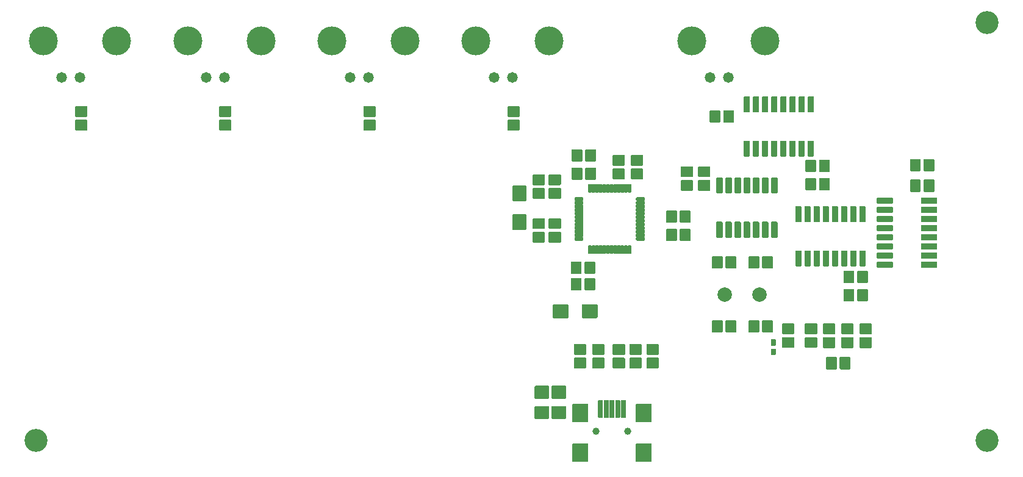
<source format=gts>
G04 #@! TF.GenerationSoftware,KiCad,Pcbnew,5.1.10*
G04 #@! TF.CreationDate,2021-05-11T08:11:29+02:00*
G04 #@! TF.ProjectId,M17_soundcard,4d31375f-736f-4756-9e64-636172642e6b,rev?*
G04 #@! TF.SameCoordinates,Original*
G04 #@! TF.FileFunction,Soldermask,Top*
G04 #@! TF.FilePolarity,Negative*
%FSLAX46Y46*%
G04 Gerber Fmt 4.6, Leading zero omitted, Abs format (unit mm)*
G04 Created by KiCad (PCBNEW 5.1.10) date 2021-05-11 08:11:29*
%MOMM*%
%LPD*%
G01*
G04 APERTURE LIST*
%ADD10C,3.200000*%
%ADD11C,1.000000*%
%ADD12C,4.013200*%
%ADD13C,1.473200*%
%ADD14C,2.003200*%
G04 APERTURE END LIST*
D10*
X82500000Y-134000000D03*
X214500000Y-134000000D03*
X214500000Y-76000000D03*
G36*
G01*
X188772800Y-107721400D02*
X188772800Y-109753400D01*
G75*
G02*
X188671200Y-109855000I-101600J0D01*
G01*
X188010800Y-109855000D01*
G75*
G02*
X187909200Y-109753400I0J101600D01*
G01*
X187909200Y-107721400D01*
G75*
G02*
X188010800Y-107619800I101600J0D01*
G01*
X188671200Y-107619800D01*
G75*
G02*
X188772800Y-107721400I0J-101600D01*
G01*
G37*
G36*
G01*
X188772800Y-101574600D02*
X188772800Y-103606600D01*
G75*
G02*
X188671200Y-103708200I-101600J0D01*
G01*
X188010800Y-103708200D01*
G75*
G02*
X187909200Y-103606600I0J101600D01*
G01*
X187909200Y-101574600D01*
G75*
G02*
X188010800Y-101473000I101600J0D01*
G01*
X188671200Y-101473000D01*
G75*
G02*
X188772800Y-101574600I0J-101600D01*
G01*
G37*
G36*
G01*
X190042800Y-107721400D02*
X190042800Y-109753400D01*
G75*
G02*
X189941200Y-109855000I-101600J0D01*
G01*
X189280800Y-109855000D01*
G75*
G02*
X189179200Y-109753400I0J101600D01*
G01*
X189179200Y-107721400D01*
G75*
G02*
X189280800Y-107619800I101600J0D01*
G01*
X189941200Y-107619800D01*
G75*
G02*
X190042800Y-107721400I0J-101600D01*
G01*
G37*
G36*
G01*
X191312800Y-107721400D02*
X191312800Y-109753400D01*
G75*
G02*
X191211200Y-109855000I-101600J0D01*
G01*
X190550800Y-109855000D01*
G75*
G02*
X190449200Y-109753400I0J101600D01*
G01*
X190449200Y-107721400D01*
G75*
G02*
X190550800Y-107619800I101600J0D01*
G01*
X191211200Y-107619800D01*
G75*
G02*
X191312800Y-107721400I0J-101600D01*
G01*
G37*
G36*
G01*
X190042800Y-101574600D02*
X190042800Y-103606600D01*
G75*
G02*
X189941200Y-103708200I-101600J0D01*
G01*
X189280800Y-103708200D01*
G75*
G02*
X189179200Y-103606600I0J101600D01*
G01*
X189179200Y-101574600D01*
G75*
G02*
X189280800Y-101473000I101600J0D01*
G01*
X189941200Y-101473000D01*
G75*
G02*
X190042800Y-101574600I0J-101600D01*
G01*
G37*
G36*
G01*
X191312800Y-101574600D02*
X191312800Y-103606600D01*
G75*
G02*
X191211200Y-103708200I-101600J0D01*
G01*
X190550800Y-103708200D01*
G75*
G02*
X190449200Y-103606600I0J101600D01*
G01*
X190449200Y-101574600D01*
G75*
G02*
X190550800Y-101473000I101600J0D01*
G01*
X191211200Y-101473000D01*
G75*
G02*
X191312800Y-101574600I0J-101600D01*
G01*
G37*
G36*
G01*
X192582800Y-107721400D02*
X192582800Y-109753400D01*
G75*
G02*
X192481200Y-109855000I-101600J0D01*
G01*
X191820800Y-109855000D01*
G75*
G02*
X191719200Y-109753400I0J101600D01*
G01*
X191719200Y-107721400D01*
G75*
G02*
X191820800Y-107619800I101600J0D01*
G01*
X192481200Y-107619800D01*
G75*
G02*
X192582800Y-107721400I0J-101600D01*
G01*
G37*
G36*
G01*
X192582800Y-101574600D02*
X192582800Y-103606600D01*
G75*
G02*
X192481200Y-103708200I-101600J0D01*
G01*
X191820800Y-103708200D01*
G75*
G02*
X191719200Y-103606600I0J101600D01*
G01*
X191719200Y-101574600D01*
G75*
G02*
X191820800Y-101473000I101600J0D01*
G01*
X192481200Y-101473000D01*
G75*
G02*
X192582800Y-101574600I0J-101600D01*
G01*
G37*
G36*
G01*
X193852800Y-107721400D02*
X193852800Y-109753400D01*
G75*
G02*
X193751200Y-109855000I-101600J0D01*
G01*
X193090800Y-109855000D01*
G75*
G02*
X192989200Y-109753400I0J101600D01*
G01*
X192989200Y-107721400D01*
G75*
G02*
X193090800Y-107619800I101600J0D01*
G01*
X193751200Y-107619800D01*
G75*
G02*
X193852800Y-107721400I0J-101600D01*
G01*
G37*
G36*
G01*
X193852800Y-101574600D02*
X193852800Y-103606600D01*
G75*
G02*
X193751200Y-103708200I-101600J0D01*
G01*
X193090800Y-103708200D01*
G75*
G02*
X192989200Y-103606600I0J101600D01*
G01*
X192989200Y-101574600D01*
G75*
G02*
X193090800Y-101473000I101600J0D01*
G01*
X193751200Y-101473000D01*
G75*
G02*
X193852800Y-101574600I0J-101600D01*
G01*
G37*
G36*
G01*
X195122800Y-107721400D02*
X195122800Y-109753400D01*
G75*
G02*
X195021200Y-109855000I-101600J0D01*
G01*
X194360800Y-109855000D01*
G75*
G02*
X194259200Y-109753400I0J101600D01*
G01*
X194259200Y-107721400D01*
G75*
G02*
X194360800Y-107619800I101600J0D01*
G01*
X195021200Y-107619800D01*
G75*
G02*
X195122800Y-107721400I0J-101600D01*
G01*
G37*
G36*
G01*
X196392800Y-107721400D02*
X196392800Y-109753400D01*
G75*
G02*
X196291200Y-109855000I-101600J0D01*
G01*
X195630800Y-109855000D01*
G75*
G02*
X195529200Y-109753400I0J101600D01*
G01*
X195529200Y-107721400D01*
G75*
G02*
X195630800Y-107619800I101600J0D01*
G01*
X196291200Y-107619800D01*
G75*
G02*
X196392800Y-107721400I0J-101600D01*
G01*
G37*
G36*
G01*
X195122800Y-101574600D02*
X195122800Y-103606600D01*
G75*
G02*
X195021200Y-103708200I-101600J0D01*
G01*
X194360800Y-103708200D01*
G75*
G02*
X194259200Y-103606600I0J101600D01*
G01*
X194259200Y-101574600D01*
G75*
G02*
X194360800Y-101473000I101600J0D01*
G01*
X195021200Y-101473000D01*
G75*
G02*
X195122800Y-101574600I0J-101600D01*
G01*
G37*
G36*
G01*
X196392800Y-101574600D02*
X196392800Y-103606600D01*
G75*
G02*
X196291200Y-103708200I-101600J0D01*
G01*
X195630800Y-103708200D01*
G75*
G02*
X195529200Y-103606600I0J101600D01*
G01*
X195529200Y-101574600D01*
G75*
G02*
X195630800Y-101473000I101600J0D01*
G01*
X196291200Y-101473000D01*
G75*
G02*
X196392800Y-101574600I0J-101600D01*
G01*
G37*
G36*
G01*
X197662800Y-107721400D02*
X197662800Y-109753400D01*
G75*
G02*
X197561200Y-109855000I-101600J0D01*
G01*
X196900800Y-109855000D01*
G75*
G02*
X196799200Y-109753400I0J101600D01*
G01*
X196799200Y-107721400D01*
G75*
G02*
X196900800Y-107619800I101600J0D01*
G01*
X197561200Y-107619800D01*
G75*
G02*
X197662800Y-107721400I0J-101600D01*
G01*
G37*
G36*
G01*
X197662800Y-101574600D02*
X197662800Y-103606600D01*
G75*
G02*
X197561200Y-103708200I-101600J0D01*
G01*
X196900800Y-103708200D01*
G75*
G02*
X196799200Y-103606600I0J101600D01*
G01*
X196799200Y-101574600D01*
G75*
G02*
X196900800Y-101473000I101600J0D01*
G01*
X197561200Y-101473000D01*
G75*
G02*
X197662800Y-101574600I0J-101600D01*
G01*
G37*
G36*
G01*
X205315500Y-97891100D02*
X205315500Y-99391100D01*
G75*
G02*
X205213900Y-99492700I-101600J0D01*
G01*
X203913900Y-99492700D01*
G75*
G02*
X203812300Y-99391100I0J101600D01*
G01*
X203812300Y-97891100D01*
G75*
G02*
X203913900Y-97789500I101600J0D01*
G01*
X205213900Y-97789500D01*
G75*
G02*
X205315500Y-97891100I0J-101600D01*
G01*
G37*
G36*
G01*
X207215500Y-97891100D02*
X207215500Y-99391100D01*
G75*
G02*
X207113900Y-99492700I-101600J0D01*
G01*
X205813900Y-99492700D01*
G75*
G02*
X205712300Y-99391100I0J101600D01*
G01*
X205712300Y-97891100D01*
G75*
G02*
X205813900Y-97789500I101600J0D01*
G01*
X207113900Y-97789500D01*
G75*
G02*
X207215500Y-97891100I0J-101600D01*
G01*
G37*
G36*
G01*
X205315500Y-95033600D02*
X205315500Y-96533600D01*
G75*
G02*
X205213900Y-96635200I-101600J0D01*
G01*
X203913900Y-96635200D01*
G75*
G02*
X203812300Y-96533600I0J101600D01*
G01*
X203812300Y-95033600D01*
G75*
G02*
X203913900Y-94932000I101600J0D01*
G01*
X205213900Y-94932000D01*
G75*
G02*
X205315500Y-95033600I0J-101600D01*
G01*
G37*
G36*
G01*
X207215500Y-95033600D02*
X207215500Y-96533600D01*
G75*
G02*
X207113900Y-96635200I-101600J0D01*
G01*
X205813900Y-96635200D01*
G75*
G02*
X205712300Y-96533600I0J101600D01*
G01*
X205712300Y-95033600D01*
G75*
G02*
X205813900Y-94932000I101600J0D01*
G01*
X207113900Y-94932000D01*
G75*
G02*
X207215500Y-95033600I0J-101600D01*
G01*
G37*
G36*
G01*
X176010000Y-97451800D02*
X174510000Y-97451800D01*
G75*
G02*
X174408400Y-97350200I0J101600D01*
G01*
X174408400Y-96050200D01*
G75*
G02*
X174510000Y-95948600I101600J0D01*
G01*
X176010000Y-95948600D01*
G75*
G02*
X176111600Y-96050200I0J-101600D01*
G01*
X176111600Y-97350200D01*
G75*
G02*
X176010000Y-97451800I-101600J0D01*
G01*
G37*
G36*
G01*
X176010000Y-99351800D02*
X174510000Y-99351800D01*
G75*
G02*
X174408400Y-99250200I0J101600D01*
G01*
X174408400Y-97950200D01*
G75*
G02*
X174510000Y-97848600I101600J0D01*
G01*
X176010000Y-97848600D01*
G75*
G02*
X176111600Y-97950200I0J-101600D01*
G01*
X176111600Y-99250200D01*
G75*
G02*
X176010000Y-99351800I-101600J0D01*
G01*
G37*
G36*
G01*
X151817500Y-129212900D02*
X153617500Y-129212900D01*
G75*
G02*
X153719100Y-129314500I0J-101600D01*
G01*
X153719100Y-130914500D01*
G75*
G02*
X153617500Y-131016100I-101600J0D01*
G01*
X151817500Y-131016100D01*
G75*
G02*
X151715900Y-130914500I0J101600D01*
G01*
X151715900Y-129314500D01*
G75*
G02*
X151817500Y-129212900I101600J0D01*
G01*
G37*
G36*
G01*
X151817500Y-126412900D02*
X153617500Y-126412900D01*
G75*
G02*
X153719100Y-126514500I0J-101600D01*
G01*
X153719100Y-128114500D01*
G75*
G02*
X153617500Y-128216100I-101600J0D01*
G01*
X151817500Y-128216100D01*
G75*
G02*
X151715900Y-128114500I0J101600D01*
G01*
X151715900Y-126514500D01*
G75*
G02*
X151817500Y-126412900I101600J0D01*
G01*
G37*
G36*
G01*
X191203900Y-99185100D02*
X191203900Y-97685100D01*
G75*
G02*
X191305500Y-97583500I101600J0D01*
G01*
X192605500Y-97583500D01*
G75*
G02*
X192707100Y-97685100I0J-101600D01*
G01*
X192707100Y-99185100D01*
G75*
G02*
X192605500Y-99286700I-101600J0D01*
G01*
X191305500Y-99286700D01*
G75*
G02*
X191203900Y-99185100I0J101600D01*
G01*
G37*
G36*
G01*
X189303900Y-99185100D02*
X189303900Y-97685100D01*
G75*
G02*
X189405500Y-97583500I101600J0D01*
G01*
X190705500Y-97583500D01*
G75*
G02*
X190807100Y-97685100I0J-101600D01*
G01*
X190807100Y-99185100D01*
G75*
G02*
X190705500Y-99286700I-101600J0D01*
G01*
X189405500Y-99286700D01*
G75*
G02*
X189303900Y-99185100I0J101600D01*
G01*
G37*
G36*
G01*
X182897700Y-117433600D02*
X182897700Y-118933600D01*
G75*
G02*
X182796100Y-119035200I-101600J0D01*
G01*
X181496100Y-119035200D01*
G75*
G02*
X181394500Y-118933600I0J101600D01*
G01*
X181394500Y-117433600D01*
G75*
G02*
X181496100Y-117332000I101600J0D01*
G01*
X182796100Y-117332000D01*
G75*
G02*
X182897700Y-117433600I0J-101600D01*
G01*
G37*
G36*
G01*
X184797700Y-117433600D02*
X184797700Y-118933600D01*
G75*
G02*
X184696100Y-119035200I-101600J0D01*
G01*
X183396100Y-119035200D01*
G75*
G02*
X183294500Y-118933600I0J101600D01*
G01*
X183294500Y-117433600D01*
G75*
G02*
X183396100Y-117332000I101600J0D01*
G01*
X184696100Y-117332000D01*
G75*
G02*
X184797700Y-117433600I0J-101600D01*
G01*
G37*
G36*
G01*
X186156100Y-119652000D02*
X187656100Y-119652000D01*
G75*
G02*
X187757700Y-119753600I0J-101600D01*
G01*
X187757700Y-121053600D01*
G75*
G02*
X187656100Y-121155200I-101600J0D01*
G01*
X186156100Y-121155200D01*
G75*
G02*
X186054500Y-121053600I0J101600D01*
G01*
X186054500Y-119753600D01*
G75*
G02*
X186156100Y-119652000I101600J0D01*
G01*
G37*
G36*
G01*
X186156100Y-117752000D02*
X187656100Y-117752000D01*
G75*
G02*
X187757700Y-117853600I0J-101600D01*
G01*
X187757700Y-119153600D01*
G75*
G02*
X187656100Y-119255200I-101600J0D01*
G01*
X186156100Y-119255200D01*
G75*
G02*
X186054500Y-119153600I0J101600D01*
G01*
X186054500Y-117853600D01*
G75*
G02*
X186156100Y-117752000I101600J0D01*
G01*
G37*
G36*
G01*
X158242700Y-111581500D02*
X158242700Y-113081500D01*
G75*
G02*
X158141100Y-113183100I-101600J0D01*
G01*
X156841100Y-113183100D01*
G75*
G02*
X156739500Y-113081500I0J101600D01*
G01*
X156739500Y-111581500D01*
G75*
G02*
X156841100Y-111479900I101600J0D01*
G01*
X158141100Y-111479900D01*
G75*
G02*
X158242700Y-111581500I0J-101600D01*
G01*
G37*
G36*
G01*
X160142700Y-111581500D02*
X160142700Y-113081500D01*
G75*
G02*
X160041100Y-113183100I-101600J0D01*
G01*
X158741100Y-113183100D01*
G75*
G02*
X158639500Y-113081500I0J101600D01*
G01*
X158639500Y-111581500D01*
G75*
G02*
X158741100Y-111479900I101600J0D01*
G01*
X160041100Y-111479900D01*
G75*
G02*
X160142700Y-111581500I0J-101600D01*
G01*
G37*
G36*
G01*
X158242700Y-109295500D02*
X158242700Y-110795500D01*
G75*
G02*
X158141100Y-110897100I-101600J0D01*
G01*
X156841100Y-110897100D01*
G75*
G02*
X156739500Y-110795500I0J101600D01*
G01*
X156739500Y-109295500D01*
G75*
G02*
X156841100Y-109193900I101600J0D01*
G01*
X158141100Y-109193900D01*
G75*
G02*
X158242700Y-109295500I0J-101600D01*
G01*
G37*
G36*
G01*
X160142700Y-109295500D02*
X160142700Y-110795500D01*
G75*
G02*
X160041100Y-110897100I-101600J0D01*
G01*
X158741100Y-110897100D01*
G75*
G02*
X158639500Y-110795500I0J101600D01*
G01*
X158639500Y-109295500D01*
G75*
G02*
X158741100Y-109193900I101600J0D01*
G01*
X160041100Y-109193900D01*
G75*
G02*
X160142700Y-109295500I0J-101600D01*
G01*
G37*
G36*
G01*
X155271100Y-104650200D02*
X153771100Y-104650200D01*
G75*
G02*
X153669500Y-104548600I0J101600D01*
G01*
X153669500Y-103248600D01*
G75*
G02*
X153771100Y-103147000I101600J0D01*
G01*
X155271100Y-103147000D01*
G75*
G02*
X155372700Y-103248600I0J-101600D01*
G01*
X155372700Y-104548600D01*
G75*
G02*
X155271100Y-104650200I-101600J0D01*
G01*
G37*
G36*
G01*
X155271100Y-106550200D02*
X153771100Y-106550200D01*
G75*
G02*
X153669500Y-106448600I0J101600D01*
G01*
X153669500Y-105148600D01*
G75*
G02*
X153771100Y-105047000I101600J0D01*
G01*
X155271100Y-105047000D01*
G75*
G02*
X155372700Y-105148600I0J-101600D01*
G01*
X155372700Y-106448600D01*
G75*
G02*
X155271100Y-106550200I-101600J0D01*
G01*
G37*
G36*
G01*
X153048600Y-104650200D02*
X151548600Y-104650200D01*
G75*
G02*
X151447000Y-104548600I0J101600D01*
G01*
X151447000Y-103248600D01*
G75*
G02*
X151548600Y-103147000I101600J0D01*
G01*
X153048600Y-103147000D01*
G75*
G02*
X153150200Y-103248600I0J-101600D01*
G01*
X153150200Y-104548600D01*
G75*
G02*
X153048600Y-104650200I-101600J0D01*
G01*
G37*
G36*
G01*
X153048600Y-106550200D02*
X151548600Y-106550200D01*
G75*
G02*
X151447000Y-106448600I0J101600D01*
G01*
X151447000Y-105148600D01*
G75*
G02*
X151548600Y-105047000I101600J0D01*
G01*
X153048600Y-105047000D01*
G75*
G02*
X153150200Y-105148600I0J-101600D01*
G01*
X153150200Y-106448600D01*
G75*
G02*
X153048600Y-106550200I-101600J0D01*
G01*
G37*
G36*
G01*
X173597000Y-97451800D02*
X172097000Y-97451800D01*
G75*
G02*
X171995400Y-97350200I0J101600D01*
G01*
X171995400Y-96050200D01*
G75*
G02*
X172097000Y-95948600I101600J0D01*
G01*
X173597000Y-95948600D01*
G75*
G02*
X173698600Y-96050200I0J-101600D01*
G01*
X173698600Y-97350200D01*
G75*
G02*
X173597000Y-97451800I-101600J0D01*
G01*
G37*
G36*
G01*
X173597000Y-99351800D02*
X172097000Y-99351800D01*
G75*
G02*
X171995400Y-99250200I0J101600D01*
G01*
X171995400Y-97950200D01*
G75*
G02*
X172097000Y-97848600I101600J0D01*
G01*
X173597000Y-97848600D01*
G75*
G02*
X173698600Y-97950200I0J-101600D01*
G01*
X173698600Y-99250200D01*
G75*
G02*
X173597000Y-99351800I-101600J0D01*
G01*
G37*
G36*
G01*
X153771100Y-98966500D02*
X155271100Y-98966500D01*
G75*
G02*
X155372700Y-99068100I0J-101600D01*
G01*
X155372700Y-100368100D01*
G75*
G02*
X155271100Y-100469700I-101600J0D01*
G01*
X153771100Y-100469700D01*
G75*
G02*
X153669500Y-100368100I0J101600D01*
G01*
X153669500Y-99068100D01*
G75*
G02*
X153771100Y-98966500I101600J0D01*
G01*
G37*
G36*
G01*
X153771100Y-97066500D02*
X155271100Y-97066500D01*
G75*
G02*
X155372700Y-97168100I0J-101600D01*
G01*
X155372700Y-98468100D01*
G75*
G02*
X155271100Y-98569700I-101600J0D01*
G01*
X153771100Y-98569700D01*
G75*
G02*
X153669500Y-98468100I0J101600D01*
G01*
X153669500Y-97168100D01*
G75*
G02*
X153771100Y-97066500I101600J0D01*
G01*
G37*
G36*
G01*
X151548600Y-98966500D02*
X153048600Y-98966500D01*
G75*
G02*
X153150200Y-99068100I0J-101600D01*
G01*
X153150200Y-100368100D01*
G75*
G02*
X153048600Y-100469700I-101600J0D01*
G01*
X151548600Y-100469700D01*
G75*
G02*
X151447000Y-100368100I0J101600D01*
G01*
X151447000Y-99068100D01*
G75*
G02*
X151548600Y-98966500I101600J0D01*
G01*
G37*
G36*
G01*
X151548600Y-97066500D02*
X153048600Y-97066500D01*
G75*
G02*
X153150200Y-97168100I0J-101600D01*
G01*
X153150200Y-98468100D01*
G75*
G02*
X153048600Y-98569700I-101600J0D01*
G01*
X151548600Y-98569700D01*
G75*
G02*
X151447000Y-98468100I0J101600D01*
G01*
X151447000Y-97168100D01*
G75*
G02*
X151548600Y-97066500I101600J0D01*
G01*
G37*
G36*
G01*
X191835400Y-119667500D02*
X193335400Y-119667500D01*
G75*
G02*
X193437000Y-119769100I0J-101600D01*
G01*
X193437000Y-121069100D01*
G75*
G02*
X193335400Y-121170700I-101600J0D01*
G01*
X191835400Y-121170700D01*
G75*
G02*
X191733800Y-121069100I0J101600D01*
G01*
X191733800Y-119769100D01*
G75*
G02*
X191835400Y-119667500I101600J0D01*
G01*
G37*
G36*
G01*
X191835400Y-117767500D02*
X193335400Y-117767500D01*
G75*
G02*
X193437000Y-117869100I0J-101600D01*
G01*
X193437000Y-119169100D01*
G75*
G02*
X193335400Y-119270700I-101600J0D01*
G01*
X191835400Y-119270700D01*
G75*
G02*
X191733800Y-119169100I0J101600D01*
G01*
X191733800Y-117869100D01*
G75*
G02*
X191835400Y-117767500I101600J0D01*
G01*
G37*
G36*
G01*
X194053800Y-124029100D02*
X194053800Y-122529100D01*
G75*
G02*
X194155400Y-122427500I101600J0D01*
G01*
X195455400Y-122427500D01*
G75*
G02*
X195557000Y-122529100I0J-101600D01*
G01*
X195557000Y-124029100D01*
G75*
G02*
X195455400Y-124130700I-101600J0D01*
G01*
X194155400Y-124130700D01*
G75*
G02*
X194053800Y-124029100I0J101600D01*
G01*
G37*
G36*
G01*
X192153800Y-124029100D02*
X192153800Y-122529100D01*
G75*
G02*
X192255400Y-122427500I101600J0D01*
G01*
X193555400Y-122427500D01*
G75*
G02*
X193657000Y-122529100I0J-101600D01*
G01*
X193657000Y-124029100D01*
G75*
G02*
X193555400Y-124130700I-101600J0D01*
G01*
X192255400Y-124130700D01*
G75*
G02*
X192153800Y-124029100I0J101600D01*
G01*
G37*
G36*
G01*
X158732300Y-97724600D02*
X158732300Y-96224600D01*
G75*
G02*
X158833900Y-96123000I101600J0D01*
G01*
X160133900Y-96123000D01*
G75*
G02*
X160235500Y-96224600I0J-101600D01*
G01*
X160235500Y-97724600D01*
G75*
G02*
X160133900Y-97826200I-101600J0D01*
G01*
X158833900Y-97826200D01*
G75*
G02*
X158732300Y-97724600I0J101600D01*
G01*
G37*
G36*
G01*
X156832300Y-97724600D02*
X156832300Y-96224600D01*
G75*
G02*
X156933900Y-96123000I101600J0D01*
G01*
X158233900Y-96123000D01*
G75*
G02*
X158335500Y-96224600I0J-101600D01*
G01*
X158335500Y-97724600D01*
G75*
G02*
X158233900Y-97826200I-101600J0D01*
G01*
X156933900Y-97826200D01*
G75*
G02*
X156832300Y-97724600I0J101600D01*
G01*
G37*
G36*
G01*
X166685600Y-95851500D02*
X165185600Y-95851500D01*
G75*
G02*
X165084000Y-95749900I0J101600D01*
G01*
X165084000Y-94449900D01*
G75*
G02*
X165185600Y-94348300I101600J0D01*
G01*
X166685600Y-94348300D01*
G75*
G02*
X166787200Y-94449900I0J-101600D01*
G01*
X166787200Y-95749900D01*
G75*
G02*
X166685600Y-95851500I-101600J0D01*
G01*
G37*
G36*
G01*
X166685600Y-97751500D02*
X165185600Y-97751500D01*
G75*
G02*
X165084000Y-97649900I0J101600D01*
G01*
X165084000Y-96349900D01*
G75*
G02*
X165185600Y-96248300I101600J0D01*
G01*
X166685600Y-96248300D01*
G75*
G02*
X166787200Y-96349900I0J-101600D01*
G01*
X166787200Y-97649900D01*
G75*
G02*
X166685600Y-97751500I-101600J0D01*
G01*
G37*
G36*
G01*
X158732300Y-95184600D02*
X158732300Y-93684600D01*
G75*
G02*
X158833900Y-93583000I101600J0D01*
G01*
X160133900Y-93583000D01*
G75*
G02*
X160235500Y-93684600I0J-101600D01*
G01*
X160235500Y-95184600D01*
G75*
G02*
X160133900Y-95286200I-101600J0D01*
G01*
X158833900Y-95286200D01*
G75*
G02*
X158732300Y-95184600I0J101600D01*
G01*
G37*
G36*
G01*
X156832300Y-95184600D02*
X156832300Y-93684600D01*
G75*
G02*
X156933900Y-93583000I101600J0D01*
G01*
X158233900Y-93583000D01*
G75*
G02*
X158335500Y-93684600I0J-101600D01*
G01*
X158335500Y-95184600D01*
G75*
G02*
X158233900Y-95286200I-101600J0D01*
G01*
X156933900Y-95286200D01*
G75*
G02*
X156832300Y-95184600I0J101600D01*
G01*
G37*
G36*
G01*
X164145600Y-95851500D02*
X162645600Y-95851500D01*
G75*
G02*
X162544000Y-95749900I0J101600D01*
G01*
X162544000Y-94449900D01*
G75*
G02*
X162645600Y-94348300I101600J0D01*
G01*
X164145600Y-94348300D01*
G75*
G02*
X164247200Y-94449900I0J-101600D01*
G01*
X164247200Y-95749900D01*
G75*
G02*
X164145600Y-95851500I-101600J0D01*
G01*
G37*
G36*
G01*
X164145600Y-97751500D02*
X162645600Y-97751500D01*
G75*
G02*
X162544000Y-97649900I0J101600D01*
G01*
X162544000Y-96349900D01*
G75*
G02*
X162645600Y-96248300I101600J0D01*
G01*
X164145600Y-96248300D01*
G75*
G02*
X164247200Y-96349900I0J-101600D01*
G01*
X164247200Y-97649900D01*
G75*
G02*
X164145600Y-97751500I-101600J0D01*
G01*
G37*
G36*
G01*
X196082600Y-110555400D02*
X196082600Y-112055400D01*
G75*
G02*
X195981000Y-112157000I-101600J0D01*
G01*
X194681000Y-112157000D01*
G75*
G02*
X194579400Y-112055400I0J101600D01*
G01*
X194579400Y-110555400D01*
G75*
G02*
X194681000Y-110453800I101600J0D01*
G01*
X195981000Y-110453800D01*
G75*
G02*
X196082600Y-110555400I0J-101600D01*
G01*
G37*
G36*
G01*
X197982600Y-110555400D02*
X197982600Y-112055400D01*
G75*
G02*
X197881000Y-112157000I-101600J0D01*
G01*
X196581000Y-112157000D01*
G75*
G02*
X196479400Y-112055400I0J101600D01*
G01*
X196479400Y-110555400D01*
G75*
G02*
X196581000Y-110453800I101600J0D01*
G01*
X197881000Y-110453800D01*
G75*
G02*
X197982600Y-110555400I0J-101600D01*
G01*
G37*
G36*
G01*
X158763600Y-122112700D02*
X157263600Y-122112700D01*
G75*
G02*
X157162000Y-122011100I0J101600D01*
G01*
X157162000Y-120711100D01*
G75*
G02*
X157263600Y-120609500I101600J0D01*
G01*
X158763600Y-120609500D01*
G75*
G02*
X158865200Y-120711100I0J-101600D01*
G01*
X158865200Y-122011100D01*
G75*
G02*
X158763600Y-122112700I-101600J0D01*
G01*
G37*
G36*
G01*
X158763600Y-124012700D02*
X157263600Y-124012700D01*
G75*
G02*
X157162000Y-123911100I0J101600D01*
G01*
X157162000Y-122611100D01*
G75*
G02*
X157263600Y-122509500I101600J0D01*
G01*
X158763600Y-122509500D01*
G75*
G02*
X158865200Y-122611100I0J-101600D01*
G01*
X158865200Y-123911100D01*
G75*
G02*
X158763600Y-124012700I-101600J0D01*
G01*
G37*
G36*
G01*
X196082600Y-113095400D02*
X196082600Y-114595400D01*
G75*
G02*
X195981000Y-114697000I-101600J0D01*
G01*
X194681000Y-114697000D01*
G75*
G02*
X194579400Y-114595400I0J101600D01*
G01*
X194579400Y-113095400D01*
G75*
G02*
X194681000Y-112993800I101600J0D01*
G01*
X195981000Y-112993800D01*
G75*
G02*
X196082600Y-113095400I0J-101600D01*
G01*
G37*
G36*
G01*
X197982600Y-113095400D02*
X197982600Y-114595400D01*
G75*
G02*
X197881000Y-114697000I-101600J0D01*
G01*
X196581000Y-114697000D01*
G75*
G02*
X196479400Y-114595400I0J101600D01*
G01*
X196479400Y-113095400D01*
G75*
G02*
X196581000Y-112993800I101600J0D01*
G01*
X197881000Y-112993800D01*
G75*
G02*
X197982600Y-113095400I0J-101600D01*
G01*
G37*
G36*
G01*
X168834500Y-122112700D02*
X167334500Y-122112700D01*
G75*
G02*
X167232900Y-122011100I0J101600D01*
G01*
X167232900Y-120711100D01*
G75*
G02*
X167334500Y-120609500I101600J0D01*
G01*
X168834500Y-120609500D01*
G75*
G02*
X168936100Y-120711100I0J-101600D01*
G01*
X168936100Y-122011100D01*
G75*
G02*
X168834500Y-122112700I-101600J0D01*
G01*
G37*
G36*
G01*
X168834500Y-124012700D02*
X167334500Y-124012700D01*
G75*
G02*
X167232900Y-123911100I0J101600D01*
G01*
X167232900Y-122611100D01*
G75*
G02*
X167334500Y-122509500I101600J0D01*
G01*
X168834500Y-122509500D01*
G75*
G02*
X168936100Y-122611100I0J-101600D01*
G01*
X168936100Y-123911100D01*
G75*
G02*
X168834500Y-124012700I-101600J0D01*
G01*
G37*
G36*
G01*
X178214500Y-118933600D02*
X178214500Y-117433600D01*
G75*
G02*
X178316100Y-117332000I101600J0D01*
G01*
X179616100Y-117332000D01*
G75*
G02*
X179717700Y-117433600I0J-101600D01*
G01*
X179717700Y-118933600D01*
G75*
G02*
X179616100Y-119035200I-101600J0D01*
G01*
X178316100Y-119035200D01*
G75*
G02*
X178214500Y-118933600I0J101600D01*
G01*
G37*
G36*
G01*
X176314500Y-118933600D02*
X176314500Y-117433600D01*
G75*
G02*
X176416100Y-117332000I101600J0D01*
G01*
X177716100Y-117332000D01*
G75*
G02*
X177817700Y-117433600I0J-101600D01*
G01*
X177817700Y-118933600D01*
G75*
G02*
X177716100Y-119035200I-101600J0D01*
G01*
X176416100Y-119035200D01*
G75*
G02*
X176314500Y-118933600I0J101600D01*
G01*
G37*
G36*
G01*
X154167000Y-129212900D02*
X155967000Y-129212900D01*
G75*
G02*
X156068600Y-129314500I0J-101600D01*
G01*
X156068600Y-130914500D01*
G75*
G02*
X155967000Y-131016100I-101600J0D01*
G01*
X154167000Y-131016100D01*
G75*
G02*
X154065400Y-130914500I0J101600D01*
G01*
X154065400Y-129314500D01*
G75*
G02*
X154167000Y-129212900I101600J0D01*
G01*
G37*
G36*
G01*
X154167000Y-126412900D02*
X155967000Y-126412900D01*
G75*
G02*
X156068600Y-126514500I0J-101600D01*
G01*
X156068600Y-128114500D01*
G75*
G02*
X155967000Y-128216100I-101600J0D01*
G01*
X154167000Y-128216100D01*
G75*
G02*
X154065400Y-128114500I0J101600D01*
G01*
X154065400Y-126514500D01*
G75*
G02*
X154167000Y-126412900I101600J0D01*
G01*
G37*
G36*
G01*
X191203900Y-96645100D02*
X191203900Y-95145100D01*
G75*
G02*
X191305500Y-95043500I101600J0D01*
G01*
X192605500Y-95043500D01*
G75*
G02*
X192707100Y-95145100I0J-101600D01*
G01*
X192707100Y-96645100D01*
G75*
G02*
X192605500Y-96746700I-101600J0D01*
G01*
X191305500Y-96746700D01*
G75*
G02*
X191203900Y-96645100I0J101600D01*
G01*
G37*
G36*
G01*
X189303900Y-96645100D02*
X189303900Y-95145100D01*
G75*
G02*
X189405500Y-95043500I101600J0D01*
G01*
X190705500Y-95043500D01*
G75*
G02*
X190807100Y-95145100I0J-101600D01*
G01*
X190807100Y-96645100D01*
G75*
G02*
X190705500Y-96746700I-101600J0D01*
G01*
X189405500Y-96746700D01*
G75*
G02*
X189303900Y-96645100I0J101600D01*
G01*
G37*
D11*
X164658600Y-132693600D03*
X160258600Y-132693600D03*
G36*
G01*
X165757000Y-136893600D02*
X165757000Y-134493600D01*
G75*
G02*
X165858600Y-134392000I101600J0D01*
G01*
X167858600Y-134392000D01*
G75*
G02*
X167960200Y-134493600I0J-101600D01*
G01*
X167960200Y-136893600D01*
G75*
G02*
X167858600Y-136995200I-101600J0D01*
G01*
X165858600Y-136995200D01*
G75*
G02*
X165757000Y-136893600I0J101600D01*
G01*
G37*
G36*
G01*
X165757000Y-131393600D02*
X165757000Y-128993600D01*
G75*
G02*
X165858600Y-128892000I101600J0D01*
G01*
X167858600Y-128892000D01*
G75*
G02*
X167960200Y-128993600I0J-101600D01*
G01*
X167960200Y-131393600D01*
G75*
G02*
X167858600Y-131495200I-101600J0D01*
G01*
X165858600Y-131495200D01*
G75*
G02*
X165757000Y-131393600I0J101600D01*
G01*
G37*
G36*
G01*
X156957000Y-136893600D02*
X156957000Y-134493600D01*
G75*
G02*
X157058600Y-134392000I101600J0D01*
G01*
X159058600Y-134392000D01*
G75*
G02*
X159160200Y-134493600I0J-101600D01*
G01*
X159160200Y-136893600D01*
G75*
G02*
X159058600Y-136995200I-101600J0D01*
G01*
X157058600Y-136995200D01*
G75*
G02*
X156957000Y-136893600I0J101600D01*
G01*
G37*
G36*
G01*
X164410200Y-128475600D02*
X164410200Y-130783600D01*
G75*
G02*
X164308600Y-130885200I-101600J0D01*
G01*
X163808600Y-130885200D01*
G75*
G02*
X163707000Y-130783600I0J101600D01*
G01*
X163707000Y-128475600D01*
G75*
G02*
X163808600Y-128374000I101600J0D01*
G01*
X164308600Y-128374000D01*
G75*
G02*
X164410200Y-128475600I0J-101600D01*
G01*
G37*
G36*
G01*
X163610200Y-128475600D02*
X163610200Y-130783600D01*
G75*
G02*
X163508600Y-130885200I-101600J0D01*
G01*
X163008600Y-130885200D01*
G75*
G02*
X162907000Y-130783600I0J101600D01*
G01*
X162907000Y-128475600D01*
G75*
G02*
X163008600Y-128374000I101600J0D01*
G01*
X163508600Y-128374000D01*
G75*
G02*
X163610200Y-128475600I0J-101600D01*
G01*
G37*
G36*
G01*
X162810200Y-128475600D02*
X162810200Y-130783600D01*
G75*
G02*
X162708600Y-130885200I-101600J0D01*
G01*
X162208600Y-130885200D01*
G75*
G02*
X162107000Y-130783600I0J101600D01*
G01*
X162107000Y-128475600D01*
G75*
G02*
X162208600Y-128374000I101600J0D01*
G01*
X162708600Y-128374000D01*
G75*
G02*
X162810200Y-128475600I0J-101600D01*
G01*
G37*
G36*
G01*
X162010200Y-128475600D02*
X162010200Y-130783600D01*
G75*
G02*
X161908600Y-130885200I-101600J0D01*
G01*
X161408600Y-130885200D01*
G75*
G02*
X161307000Y-130783600I0J101600D01*
G01*
X161307000Y-128475600D01*
G75*
G02*
X161408600Y-128374000I101600J0D01*
G01*
X161908600Y-128374000D01*
G75*
G02*
X162010200Y-128475600I0J-101600D01*
G01*
G37*
G36*
G01*
X161210200Y-128475600D02*
X161210200Y-130783600D01*
G75*
G02*
X161108600Y-130885200I-101600J0D01*
G01*
X160608600Y-130885200D01*
G75*
G02*
X160507000Y-130783600I0J101600D01*
G01*
X160507000Y-128475600D01*
G75*
G02*
X160608600Y-128374000I101600J0D01*
G01*
X161108600Y-128374000D01*
G75*
G02*
X161210200Y-128475600I0J-101600D01*
G01*
G37*
G36*
G01*
X156957000Y-131393600D02*
X156957000Y-128993600D01*
G75*
G02*
X157058600Y-128892000I101600J0D01*
G01*
X159058600Y-128892000D01*
G75*
G02*
X159160200Y-128993600I0J-101600D01*
G01*
X159160200Y-131393600D01*
G75*
G02*
X159058600Y-131495200I-101600J0D01*
G01*
X157058600Y-131495200D01*
G75*
G02*
X156957000Y-131393600I0J101600D01*
G01*
G37*
G36*
G01*
X184598500Y-119952000D02*
X185098500Y-119952000D01*
G75*
G02*
X185200100Y-120053600I0J-101600D01*
G01*
X185200100Y-120753600D01*
G75*
G02*
X185098500Y-120855200I-101600J0D01*
G01*
X184598500Y-120855200D01*
G75*
G02*
X184496900Y-120753600I0J101600D01*
G01*
X184496900Y-120053600D01*
G75*
G02*
X184598500Y-119952000I101600J0D01*
G01*
G37*
G36*
G01*
X184598500Y-121252000D02*
X185098500Y-121252000D01*
G75*
G02*
X185200100Y-121353600I0J-101600D01*
G01*
X185200100Y-122053600D01*
G75*
G02*
X185098500Y-122155200I-101600J0D01*
G01*
X184598500Y-122155200D01*
G75*
G02*
X184496900Y-122053600I0J101600D01*
G01*
X184496900Y-121353600D01*
G75*
G02*
X184598500Y-121252000I101600J0D01*
G01*
G37*
G36*
G01*
X184569300Y-99616200D02*
X184569300Y-97584200D01*
G75*
G02*
X184670900Y-97482600I101600J0D01*
G01*
X185331300Y-97482600D01*
G75*
G02*
X185432900Y-97584200I0J-101600D01*
G01*
X185432900Y-99616200D01*
G75*
G02*
X185331300Y-99717800I-101600J0D01*
G01*
X184670900Y-99717800D01*
G75*
G02*
X184569300Y-99616200I0J101600D01*
G01*
G37*
G36*
G01*
X184569300Y-105763000D02*
X184569300Y-103731000D01*
G75*
G02*
X184670900Y-103629400I101600J0D01*
G01*
X185331300Y-103629400D01*
G75*
G02*
X185432900Y-103731000I0J-101600D01*
G01*
X185432900Y-105763000D01*
G75*
G02*
X185331300Y-105864600I-101600J0D01*
G01*
X184670900Y-105864600D01*
G75*
G02*
X184569300Y-105763000I0J101600D01*
G01*
G37*
G36*
G01*
X183299300Y-99616200D02*
X183299300Y-97584200D01*
G75*
G02*
X183400900Y-97482600I101600J0D01*
G01*
X184061300Y-97482600D01*
G75*
G02*
X184162900Y-97584200I0J-101600D01*
G01*
X184162900Y-99616200D01*
G75*
G02*
X184061300Y-99717800I-101600J0D01*
G01*
X183400900Y-99717800D01*
G75*
G02*
X183299300Y-99616200I0J101600D01*
G01*
G37*
G36*
G01*
X182029300Y-99616200D02*
X182029300Y-97584200D01*
G75*
G02*
X182130900Y-97482600I101600J0D01*
G01*
X182791300Y-97482600D01*
G75*
G02*
X182892900Y-97584200I0J-101600D01*
G01*
X182892900Y-99616200D01*
G75*
G02*
X182791300Y-99717800I-101600J0D01*
G01*
X182130900Y-99717800D01*
G75*
G02*
X182029300Y-99616200I0J101600D01*
G01*
G37*
G36*
G01*
X183299300Y-105763000D02*
X183299300Y-103731000D01*
G75*
G02*
X183400900Y-103629400I101600J0D01*
G01*
X184061300Y-103629400D01*
G75*
G02*
X184162900Y-103731000I0J-101600D01*
G01*
X184162900Y-105763000D01*
G75*
G02*
X184061300Y-105864600I-101600J0D01*
G01*
X183400900Y-105864600D01*
G75*
G02*
X183299300Y-105763000I0J101600D01*
G01*
G37*
G36*
G01*
X182029300Y-105763000D02*
X182029300Y-103731000D01*
G75*
G02*
X182130900Y-103629400I101600J0D01*
G01*
X182791300Y-103629400D01*
G75*
G02*
X182892900Y-103731000I0J-101600D01*
G01*
X182892900Y-105763000D01*
G75*
G02*
X182791300Y-105864600I-101600J0D01*
G01*
X182130900Y-105864600D01*
G75*
G02*
X182029300Y-105763000I0J101600D01*
G01*
G37*
G36*
G01*
X180759300Y-99616200D02*
X180759300Y-97584200D01*
G75*
G02*
X180860900Y-97482600I101600J0D01*
G01*
X181521300Y-97482600D01*
G75*
G02*
X181622900Y-97584200I0J-101600D01*
G01*
X181622900Y-99616200D01*
G75*
G02*
X181521300Y-99717800I-101600J0D01*
G01*
X180860900Y-99717800D01*
G75*
G02*
X180759300Y-99616200I0J101600D01*
G01*
G37*
G36*
G01*
X180759300Y-105763000D02*
X180759300Y-103731000D01*
G75*
G02*
X180860900Y-103629400I101600J0D01*
G01*
X181521300Y-103629400D01*
G75*
G02*
X181622900Y-103731000I0J-101600D01*
G01*
X181622900Y-105763000D01*
G75*
G02*
X181521300Y-105864600I-101600J0D01*
G01*
X180860900Y-105864600D01*
G75*
G02*
X180759300Y-105763000I0J101600D01*
G01*
G37*
G36*
G01*
X179489300Y-99616200D02*
X179489300Y-97584200D01*
G75*
G02*
X179590900Y-97482600I101600J0D01*
G01*
X180251300Y-97482600D01*
G75*
G02*
X180352900Y-97584200I0J-101600D01*
G01*
X180352900Y-99616200D01*
G75*
G02*
X180251300Y-99717800I-101600J0D01*
G01*
X179590900Y-99717800D01*
G75*
G02*
X179489300Y-99616200I0J101600D01*
G01*
G37*
G36*
G01*
X178219300Y-99616200D02*
X178219300Y-97584200D01*
G75*
G02*
X178320900Y-97482600I101600J0D01*
G01*
X178981300Y-97482600D01*
G75*
G02*
X179082900Y-97584200I0J-101600D01*
G01*
X179082900Y-99616200D01*
G75*
G02*
X178981300Y-99717800I-101600J0D01*
G01*
X178320900Y-99717800D01*
G75*
G02*
X178219300Y-99616200I0J101600D01*
G01*
G37*
G36*
G01*
X179489300Y-105763000D02*
X179489300Y-103731000D01*
G75*
G02*
X179590900Y-103629400I101600J0D01*
G01*
X180251300Y-103629400D01*
G75*
G02*
X180352900Y-103731000I0J-101600D01*
G01*
X180352900Y-105763000D01*
G75*
G02*
X180251300Y-105864600I-101600J0D01*
G01*
X179590900Y-105864600D01*
G75*
G02*
X179489300Y-105763000I0J101600D01*
G01*
G37*
G36*
G01*
X178219300Y-105763000D02*
X178219300Y-103731000D01*
G75*
G02*
X178320900Y-103629400I101600J0D01*
G01*
X178981300Y-103629400D01*
G75*
G02*
X179082900Y-103731000I0J-101600D01*
G01*
X179082900Y-105763000D01*
G75*
G02*
X178981300Y-105864600I-101600J0D01*
G01*
X178320900Y-105864600D01*
G75*
G02*
X178219300Y-105763000I0J101600D01*
G01*
G37*
G36*
G01*
X176949300Y-99616200D02*
X176949300Y-97584200D01*
G75*
G02*
X177050900Y-97482600I101600J0D01*
G01*
X177711300Y-97482600D01*
G75*
G02*
X177812900Y-97584200I0J-101600D01*
G01*
X177812900Y-99616200D01*
G75*
G02*
X177711300Y-99717800I-101600J0D01*
G01*
X177050900Y-99717800D01*
G75*
G02*
X176949300Y-99616200I0J101600D01*
G01*
G37*
G36*
G01*
X176949300Y-105763000D02*
X176949300Y-103731000D01*
G75*
G02*
X177050900Y-103629400I101600J0D01*
G01*
X177711300Y-103629400D01*
G75*
G02*
X177812900Y-103731000I0J-101600D01*
G01*
X177812900Y-105763000D01*
G75*
G02*
X177711300Y-105864600I-101600J0D01*
G01*
X177050900Y-105864600D01*
G75*
G02*
X176949300Y-105763000I0J101600D01*
G01*
G37*
G36*
G01*
X181597300Y-92481400D02*
X181597300Y-94513400D01*
G75*
G02*
X181495700Y-94615000I-101600J0D01*
G01*
X180835300Y-94615000D01*
G75*
G02*
X180733700Y-94513400I0J101600D01*
G01*
X180733700Y-92481400D01*
G75*
G02*
X180835300Y-92379800I101600J0D01*
G01*
X181495700Y-92379800D01*
G75*
G02*
X181597300Y-92481400I0J-101600D01*
G01*
G37*
G36*
G01*
X181597300Y-86334600D02*
X181597300Y-88366600D01*
G75*
G02*
X181495700Y-88468200I-101600J0D01*
G01*
X180835300Y-88468200D01*
G75*
G02*
X180733700Y-88366600I0J101600D01*
G01*
X180733700Y-86334600D01*
G75*
G02*
X180835300Y-86233000I101600J0D01*
G01*
X181495700Y-86233000D01*
G75*
G02*
X181597300Y-86334600I0J-101600D01*
G01*
G37*
G36*
G01*
X182867300Y-92481400D02*
X182867300Y-94513400D01*
G75*
G02*
X182765700Y-94615000I-101600J0D01*
G01*
X182105300Y-94615000D01*
G75*
G02*
X182003700Y-94513400I0J101600D01*
G01*
X182003700Y-92481400D01*
G75*
G02*
X182105300Y-92379800I101600J0D01*
G01*
X182765700Y-92379800D01*
G75*
G02*
X182867300Y-92481400I0J-101600D01*
G01*
G37*
G36*
G01*
X184137300Y-92481400D02*
X184137300Y-94513400D01*
G75*
G02*
X184035700Y-94615000I-101600J0D01*
G01*
X183375300Y-94615000D01*
G75*
G02*
X183273700Y-94513400I0J101600D01*
G01*
X183273700Y-92481400D01*
G75*
G02*
X183375300Y-92379800I101600J0D01*
G01*
X184035700Y-92379800D01*
G75*
G02*
X184137300Y-92481400I0J-101600D01*
G01*
G37*
G36*
G01*
X182867300Y-86334600D02*
X182867300Y-88366600D01*
G75*
G02*
X182765700Y-88468200I-101600J0D01*
G01*
X182105300Y-88468200D01*
G75*
G02*
X182003700Y-88366600I0J101600D01*
G01*
X182003700Y-86334600D01*
G75*
G02*
X182105300Y-86233000I101600J0D01*
G01*
X182765700Y-86233000D01*
G75*
G02*
X182867300Y-86334600I0J-101600D01*
G01*
G37*
G36*
G01*
X184137300Y-86334600D02*
X184137300Y-88366600D01*
G75*
G02*
X184035700Y-88468200I-101600J0D01*
G01*
X183375300Y-88468200D01*
G75*
G02*
X183273700Y-88366600I0J101600D01*
G01*
X183273700Y-86334600D01*
G75*
G02*
X183375300Y-86233000I101600J0D01*
G01*
X184035700Y-86233000D01*
G75*
G02*
X184137300Y-86334600I0J-101600D01*
G01*
G37*
G36*
G01*
X185407300Y-92481400D02*
X185407300Y-94513400D01*
G75*
G02*
X185305700Y-94615000I-101600J0D01*
G01*
X184645300Y-94615000D01*
G75*
G02*
X184543700Y-94513400I0J101600D01*
G01*
X184543700Y-92481400D01*
G75*
G02*
X184645300Y-92379800I101600J0D01*
G01*
X185305700Y-92379800D01*
G75*
G02*
X185407300Y-92481400I0J-101600D01*
G01*
G37*
G36*
G01*
X185407300Y-86334600D02*
X185407300Y-88366600D01*
G75*
G02*
X185305700Y-88468200I-101600J0D01*
G01*
X184645300Y-88468200D01*
G75*
G02*
X184543700Y-88366600I0J101600D01*
G01*
X184543700Y-86334600D01*
G75*
G02*
X184645300Y-86233000I101600J0D01*
G01*
X185305700Y-86233000D01*
G75*
G02*
X185407300Y-86334600I0J-101600D01*
G01*
G37*
G36*
G01*
X186677300Y-92481400D02*
X186677300Y-94513400D01*
G75*
G02*
X186575700Y-94615000I-101600J0D01*
G01*
X185915300Y-94615000D01*
G75*
G02*
X185813700Y-94513400I0J101600D01*
G01*
X185813700Y-92481400D01*
G75*
G02*
X185915300Y-92379800I101600J0D01*
G01*
X186575700Y-92379800D01*
G75*
G02*
X186677300Y-92481400I0J-101600D01*
G01*
G37*
G36*
G01*
X186677300Y-86334600D02*
X186677300Y-88366600D01*
G75*
G02*
X186575700Y-88468200I-101600J0D01*
G01*
X185915300Y-88468200D01*
G75*
G02*
X185813700Y-88366600I0J101600D01*
G01*
X185813700Y-86334600D01*
G75*
G02*
X185915300Y-86233000I101600J0D01*
G01*
X186575700Y-86233000D01*
G75*
G02*
X186677300Y-86334600I0J-101600D01*
G01*
G37*
G36*
G01*
X187947300Y-92481400D02*
X187947300Y-94513400D01*
G75*
G02*
X187845700Y-94615000I-101600J0D01*
G01*
X187185300Y-94615000D01*
G75*
G02*
X187083700Y-94513400I0J101600D01*
G01*
X187083700Y-92481400D01*
G75*
G02*
X187185300Y-92379800I101600J0D01*
G01*
X187845700Y-92379800D01*
G75*
G02*
X187947300Y-92481400I0J-101600D01*
G01*
G37*
G36*
G01*
X189217300Y-92481400D02*
X189217300Y-94513400D01*
G75*
G02*
X189115700Y-94615000I-101600J0D01*
G01*
X188455300Y-94615000D01*
G75*
G02*
X188353700Y-94513400I0J101600D01*
G01*
X188353700Y-92481400D01*
G75*
G02*
X188455300Y-92379800I101600J0D01*
G01*
X189115700Y-92379800D01*
G75*
G02*
X189217300Y-92481400I0J-101600D01*
G01*
G37*
G36*
G01*
X187947300Y-86334600D02*
X187947300Y-88366600D01*
G75*
G02*
X187845700Y-88468200I-101600J0D01*
G01*
X187185300Y-88468200D01*
G75*
G02*
X187083700Y-88366600I0J101600D01*
G01*
X187083700Y-86334600D01*
G75*
G02*
X187185300Y-86233000I101600J0D01*
G01*
X187845700Y-86233000D01*
G75*
G02*
X187947300Y-86334600I0J-101600D01*
G01*
G37*
G36*
G01*
X189217300Y-86334600D02*
X189217300Y-88366600D01*
G75*
G02*
X189115700Y-88468200I-101600J0D01*
G01*
X188455300Y-88468200D01*
G75*
G02*
X188353700Y-88366600I0J101600D01*
G01*
X188353700Y-86334600D01*
G75*
G02*
X188455300Y-86233000I101600J0D01*
G01*
X189115700Y-86233000D01*
G75*
G02*
X189217300Y-86334600I0J-101600D01*
G01*
G37*
G36*
G01*
X190487300Y-92481400D02*
X190487300Y-94513400D01*
G75*
G02*
X190385700Y-94615000I-101600J0D01*
G01*
X189725300Y-94615000D01*
G75*
G02*
X189623700Y-94513400I0J101600D01*
G01*
X189623700Y-92481400D01*
G75*
G02*
X189725300Y-92379800I101600J0D01*
G01*
X190385700Y-92379800D01*
G75*
G02*
X190487300Y-92481400I0J-101600D01*
G01*
G37*
G36*
G01*
X190487300Y-86334600D02*
X190487300Y-88366600D01*
G75*
G02*
X190385700Y-88468200I-101600J0D01*
G01*
X189725300Y-88468200D01*
G75*
G02*
X189623700Y-88366600I0J101600D01*
G01*
X189623700Y-86334600D01*
G75*
G02*
X189725300Y-86233000I101600J0D01*
G01*
X190385700Y-86233000D01*
G75*
G02*
X190487300Y-86334600I0J-101600D01*
G01*
G37*
G36*
G01*
X205447900Y-109179300D02*
X207479900Y-109179300D01*
G75*
G02*
X207581500Y-109280900I0J-101600D01*
G01*
X207581500Y-109941300D01*
G75*
G02*
X207479900Y-110042900I-101600J0D01*
G01*
X205447900Y-110042900D01*
G75*
G02*
X205346300Y-109941300I0J101600D01*
G01*
X205346300Y-109280900D01*
G75*
G02*
X205447900Y-109179300I101600J0D01*
G01*
G37*
G36*
G01*
X199301100Y-109179300D02*
X201333100Y-109179300D01*
G75*
G02*
X201434700Y-109280900I0J-101600D01*
G01*
X201434700Y-109941300D01*
G75*
G02*
X201333100Y-110042900I-101600J0D01*
G01*
X199301100Y-110042900D01*
G75*
G02*
X199199500Y-109941300I0J101600D01*
G01*
X199199500Y-109280900D01*
G75*
G02*
X199301100Y-109179300I101600J0D01*
G01*
G37*
G36*
G01*
X205447900Y-107909300D02*
X207479900Y-107909300D01*
G75*
G02*
X207581500Y-108010900I0J-101600D01*
G01*
X207581500Y-108671300D01*
G75*
G02*
X207479900Y-108772900I-101600J0D01*
G01*
X205447900Y-108772900D01*
G75*
G02*
X205346300Y-108671300I0J101600D01*
G01*
X205346300Y-108010900D01*
G75*
G02*
X205447900Y-107909300I101600J0D01*
G01*
G37*
G36*
G01*
X205447900Y-106639300D02*
X207479900Y-106639300D01*
G75*
G02*
X207581500Y-106740900I0J-101600D01*
G01*
X207581500Y-107401300D01*
G75*
G02*
X207479900Y-107502900I-101600J0D01*
G01*
X205447900Y-107502900D01*
G75*
G02*
X205346300Y-107401300I0J101600D01*
G01*
X205346300Y-106740900D01*
G75*
G02*
X205447900Y-106639300I101600J0D01*
G01*
G37*
G36*
G01*
X199301100Y-107909300D02*
X201333100Y-107909300D01*
G75*
G02*
X201434700Y-108010900I0J-101600D01*
G01*
X201434700Y-108671300D01*
G75*
G02*
X201333100Y-108772900I-101600J0D01*
G01*
X199301100Y-108772900D01*
G75*
G02*
X199199500Y-108671300I0J101600D01*
G01*
X199199500Y-108010900D01*
G75*
G02*
X199301100Y-107909300I101600J0D01*
G01*
G37*
G36*
G01*
X199301100Y-106639300D02*
X201333100Y-106639300D01*
G75*
G02*
X201434700Y-106740900I0J-101600D01*
G01*
X201434700Y-107401300D01*
G75*
G02*
X201333100Y-107502900I-101600J0D01*
G01*
X199301100Y-107502900D01*
G75*
G02*
X199199500Y-107401300I0J101600D01*
G01*
X199199500Y-106740900D01*
G75*
G02*
X199301100Y-106639300I101600J0D01*
G01*
G37*
G36*
G01*
X205447900Y-105369300D02*
X207479900Y-105369300D01*
G75*
G02*
X207581500Y-105470900I0J-101600D01*
G01*
X207581500Y-106131300D01*
G75*
G02*
X207479900Y-106232900I-101600J0D01*
G01*
X205447900Y-106232900D01*
G75*
G02*
X205346300Y-106131300I0J101600D01*
G01*
X205346300Y-105470900D01*
G75*
G02*
X205447900Y-105369300I101600J0D01*
G01*
G37*
G36*
G01*
X199301100Y-105369300D02*
X201333100Y-105369300D01*
G75*
G02*
X201434700Y-105470900I0J-101600D01*
G01*
X201434700Y-106131300D01*
G75*
G02*
X201333100Y-106232900I-101600J0D01*
G01*
X199301100Y-106232900D01*
G75*
G02*
X199199500Y-106131300I0J101600D01*
G01*
X199199500Y-105470900D01*
G75*
G02*
X199301100Y-105369300I101600J0D01*
G01*
G37*
G36*
G01*
X205447900Y-104099300D02*
X207479900Y-104099300D01*
G75*
G02*
X207581500Y-104200900I0J-101600D01*
G01*
X207581500Y-104861300D01*
G75*
G02*
X207479900Y-104962900I-101600J0D01*
G01*
X205447900Y-104962900D01*
G75*
G02*
X205346300Y-104861300I0J101600D01*
G01*
X205346300Y-104200900D01*
G75*
G02*
X205447900Y-104099300I101600J0D01*
G01*
G37*
G36*
G01*
X199301100Y-104099300D02*
X201333100Y-104099300D01*
G75*
G02*
X201434700Y-104200900I0J-101600D01*
G01*
X201434700Y-104861300D01*
G75*
G02*
X201333100Y-104962900I-101600J0D01*
G01*
X199301100Y-104962900D01*
G75*
G02*
X199199500Y-104861300I0J101600D01*
G01*
X199199500Y-104200900D01*
G75*
G02*
X199301100Y-104099300I101600J0D01*
G01*
G37*
G36*
G01*
X205447900Y-102829300D02*
X207479900Y-102829300D01*
G75*
G02*
X207581500Y-102930900I0J-101600D01*
G01*
X207581500Y-103591300D01*
G75*
G02*
X207479900Y-103692900I-101600J0D01*
G01*
X205447900Y-103692900D01*
G75*
G02*
X205346300Y-103591300I0J101600D01*
G01*
X205346300Y-102930900D01*
G75*
G02*
X205447900Y-102829300I101600J0D01*
G01*
G37*
G36*
G01*
X205447900Y-101559300D02*
X207479900Y-101559300D01*
G75*
G02*
X207581500Y-101660900I0J-101600D01*
G01*
X207581500Y-102321300D01*
G75*
G02*
X207479900Y-102422900I-101600J0D01*
G01*
X205447900Y-102422900D01*
G75*
G02*
X205346300Y-102321300I0J101600D01*
G01*
X205346300Y-101660900D01*
G75*
G02*
X205447900Y-101559300I101600J0D01*
G01*
G37*
G36*
G01*
X199301100Y-102829300D02*
X201333100Y-102829300D01*
G75*
G02*
X201434700Y-102930900I0J-101600D01*
G01*
X201434700Y-103591300D01*
G75*
G02*
X201333100Y-103692900I-101600J0D01*
G01*
X199301100Y-103692900D01*
G75*
G02*
X199199500Y-103591300I0J101600D01*
G01*
X199199500Y-102930900D01*
G75*
G02*
X199301100Y-102829300I101600J0D01*
G01*
G37*
G36*
G01*
X199301100Y-101559300D02*
X201333100Y-101559300D01*
G75*
G02*
X201434700Y-101660900I0J-101600D01*
G01*
X201434700Y-102321300D01*
G75*
G02*
X201333100Y-102422900I-101600J0D01*
G01*
X199301100Y-102422900D01*
G75*
G02*
X199199500Y-102321300I0J101600D01*
G01*
X199199500Y-101660900D01*
G75*
G02*
X199301100Y-101559300I101600J0D01*
G01*
G37*
G36*
G01*
X205447900Y-100289300D02*
X207479900Y-100289300D01*
G75*
G02*
X207581500Y-100390900I0J-101600D01*
G01*
X207581500Y-101051300D01*
G75*
G02*
X207479900Y-101152900I-101600J0D01*
G01*
X205447900Y-101152900D01*
G75*
G02*
X205346300Y-101051300I0J101600D01*
G01*
X205346300Y-100390900D01*
G75*
G02*
X205447900Y-100289300I101600J0D01*
G01*
G37*
G36*
G01*
X199301100Y-100289300D02*
X201333100Y-100289300D01*
G75*
G02*
X201434700Y-100390900I0J-101600D01*
G01*
X201434700Y-101051300D01*
G75*
G02*
X201333100Y-101152900I-101600J0D01*
G01*
X199301100Y-101152900D01*
G75*
G02*
X199199500Y-101051300I0J101600D01*
G01*
X199199500Y-100390900D01*
G75*
G02*
X199301100Y-100289300I101600J0D01*
G01*
G37*
G36*
G01*
X156454600Y-115228000D02*
X156454600Y-116928000D01*
G75*
G02*
X156353000Y-117029600I-101600J0D01*
G01*
X154353000Y-117029600D01*
G75*
G02*
X154251400Y-116928000I0J101600D01*
G01*
X154251400Y-115228000D01*
G75*
G02*
X154353000Y-115126400I101600J0D01*
G01*
X156353000Y-115126400D01*
G75*
G02*
X156454600Y-115228000I0J-101600D01*
G01*
G37*
G36*
G01*
X160454600Y-115228000D02*
X160454600Y-116928000D01*
G75*
G02*
X160353000Y-117029600I-101600J0D01*
G01*
X158353000Y-117029600D01*
G75*
G02*
X158251400Y-116928000I0J101600D01*
G01*
X158251400Y-115228000D01*
G75*
G02*
X158353000Y-115126400I101600J0D01*
G01*
X160353000Y-115126400D01*
G75*
G02*
X160454600Y-115228000I0J-101600D01*
G01*
G37*
G36*
G01*
X148756000Y-102616500D02*
X150456000Y-102616500D01*
G75*
G02*
X150557600Y-102718100I0J-101600D01*
G01*
X150557600Y-104718100D01*
G75*
G02*
X150456000Y-104819700I-101600J0D01*
G01*
X148756000Y-104819700D01*
G75*
G02*
X148654400Y-104718100I0J101600D01*
G01*
X148654400Y-102718100D01*
G75*
G02*
X148756000Y-102616500I101600J0D01*
G01*
G37*
G36*
G01*
X148756000Y-98616500D02*
X150456000Y-98616500D01*
G75*
G02*
X150557600Y-98718100I0J-101600D01*
G01*
X150557600Y-100718100D01*
G75*
G02*
X150456000Y-100819700I-101600J0D01*
G01*
X148756000Y-100819700D01*
G75*
G02*
X148654400Y-100718100I0J101600D01*
G01*
X148654400Y-98718100D01*
G75*
G02*
X148756000Y-98616500I101600J0D01*
G01*
G37*
G36*
G01*
X178214500Y-110043600D02*
X178214500Y-108543600D01*
G75*
G02*
X178316100Y-108442000I101600J0D01*
G01*
X179616100Y-108442000D01*
G75*
G02*
X179717700Y-108543600I0J-101600D01*
G01*
X179717700Y-110043600D01*
G75*
G02*
X179616100Y-110145200I-101600J0D01*
G01*
X178316100Y-110145200D01*
G75*
G02*
X178214500Y-110043600I0J101600D01*
G01*
G37*
G36*
G01*
X176314500Y-110043600D02*
X176314500Y-108543600D01*
G75*
G02*
X176416100Y-108442000I101600J0D01*
G01*
X177716100Y-108442000D01*
G75*
G02*
X177817700Y-108543600I0J-101600D01*
G01*
X177817700Y-110043600D01*
G75*
G02*
X177716100Y-110145200I-101600J0D01*
G01*
X176416100Y-110145200D01*
G75*
G02*
X176314500Y-110043600I0J101600D01*
G01*
G37*
G36*
G01*
X194375400Y-119667500D02*
X195875400Y-119667500D01*
G75*
G02*
X195977000Y-119769100I0J-101600D01*
G01*
X195977000Y-121069100D01*
G75*
G02*
X195875400Y-121170700I-101600J0D01*
G01*
X194375400Y-121170700D01*
G75*
G02*
X194273800Y-121069100I0J101600D01*
G01*
X194273800Y-119769100D01*
G75*
G02*
X194375400Y-119667500I101600J0D01*
G01*
G37*
G36*
G01*
X194375400Y-117767500D02*
X195875400Y-117767500D01*
G75*
G02*
X195977000Y-117869100I0J-101600D01*
G01*
X195977000Y-119169100D01*
G75*
G02*
X195875400Y-119270700I-101600J0D01*
G01*
X194375400Y-119270700D01*
G75*
G02*
X194273800Y-119169100I0J101600D01*
G01*
X194273800Y-117869100D01*
G75*
G02*
X194375400Y-117767500I101600J0D01*
G01*
G37*
G36*
G01*
X89551100Y-89092700D02*
X88051100Y-89092700D01*
G75*
G02*
X87949500Y-88991100I0J101600D01*
G01*
X87949500Y-87691100D01*
G75*
G02*
X88051100Y-87589500I101600J0D01*
G01*
X89551100Y-87589500D01*
G75*
G02*
X89652700Y-87691100I0J-101600D01*
G01*
X89652700Y-88991100D01*
G75*
G02*
X89551100Y-89092700I-101600J0D01*
G01*
G37*
G36*
G01*
X89551100Y-90992700D02*
X88051100Y-90992700D01*
G75*
G02*
X87949500Y-90891100I0J101600D01*
G01*
X87949500Y-89591100D01*
G75*
G02*
X88051100Y-89489500I101600J0D01*
G01*
X89551100Y-89489500D01*
G75*
G02*
X89652700Y-89591100I0J-101600D01*
G01*
X89652700Y-90891100D01*
G75*
G02*
X89551100Y-90992700I-101600J0D01*
G01*
G37*
G36*
G01*
X109548600Y-89092700D02*
X108048600Y-89092700D01*
G75*
G02*
X107947000Y-88991100I0J101600D01*
G01*
X107947000Y-87691100D01*
G75*
G02*
X108048600Y-87589500I101600J0D01*
G01*
X109548600Y-87589500D01*
G75*
G02*
X109650200Y-87691100I0J-101600D01*
G01*
X109650200Y-88991100D01*
G75*
G02*
X109548600Y-89092700I-101600J0D01*
G01*
G37*
G36*
G01*
X109548600Y-90992700D02*
X108048600Y-90992700D01*
G75*
G02*
X107947000Y-90891100I0J101600D01*
G01*
X107947000Y-89591100D01*
G75*
G02*
X108048600Y-89489500I101600J0D01*
G01*
X109548600Y-89489500D01*
G75*
G02*
X109650200Y-89591100I0J-101600D01*
G01*
X109650200Y-90891100D01*
G75*
G02*
X109548600Y-90992700I-101600J0D01*
G01*
G37*
G36*
G01*
X129553600Y-89092700D02*
X128053600Y-89092700D01*
G75*
G02*
X127952000Y-88991100I0J101600D01*
G01*
X127952000Y-87691100D01*
G75*
G02*
X128053600Y-87589500I101600J0D01*
G01*
X129553600Y-87589500D01*
G75*
G02*
X129655200Y-87691100I0J-101600D01*
G01*
X129655200Y-88991100D01*
G75*
G02*
X129553600Y-89092700I-101600J0D01*
G01*
G37*
G36*
G01*
X129553600Y-90992700D02*
X128053600Y-90992700D01*
G75*
G02*
X127952000Y-90891100I0J101600D01*
G01*
X127952000Y-89591100D01*
G75*
G02*
X128053600Y-89489500I101600J0D01*
G01*
X129553600Y-89489500D01*
G75*
G02*
X129655200Y-89591100I0J-101600D01*
G01*
X129655200Y-90891100D01*
G75*
G02*
X129553600Y-90992700I-101600J0D01*
G01*
G37*
G36*
G01*
X149556100Y-89092700D02*
X148056100Y-89092700D01*
G75*
G02*
X147954500Y-88991100I0J101600D01*
G01*
X147954500Y-87691100D01*
G75*
G02*
X148056100Y-87589500I101600J0D01*
G01*
X149556100Y-87589500D01*
G75*
G02*
X149657700Y-87691100I0J-101600D01*
G01*
X149657700Y-88991100D01*
G75*
G02*
X149556100Y-89092700I-101600J0D01*
G01*
G37*
G36*
G01*
X149556100Y-90992700D02*
X148056100Y-90992700D01*
G75*
G02*
X147954500Y-90891100I0J101600D01*
G01*
X147954500Y-89591100D01*
G75*
G02*
X148056100Y-89489500I101600J0D01*
G01*
X149556100Y-89489500D01*
G75*
G02*
X149657700Y-89591100I0J-101600D01*
G01*
X149657700Y-90891100D01*
G75*
G02*
X149556100Y-90992700I-101600J0D01*
G01*
G37*
G36*
G01*
X164985000Y-122509500D02*
X166485000Y-122509500D01*
G75*
G02*
X166586600Y-122611100I0J-101600D01*
G01*
X166586600Y-123911100D01*
G75*
G02*
X166485000Y-124012700I-101600J0D01*
G01*
X164985000Y-124012700D01*
G75*
G02*
X164883400Y-123911100I0J101600D01*
G01*
X164883400Y-122611100D01*
G75*
G02*
X164985000Y-122509500I101600J0D01*
G01*
G37*
G36*
G01*
X164985000Y-120609500D02*
X166485000Y-120609500D01*
G75*
G02*
X166586600Y-120711100I0J-101600D01*
G01*
X166586600Y-122011100D01*
G75*
G02*
X166485000Y-122112700I-101600J0D01*
G01*
X164985000Y-122112700D01*
G75*
G02*
X164883400Y-122011100I0J101600D01*
G01*
X164883400Y-120711100D01*
G75*
G02*
X164985000Y-120609500I101600J0D01*
G01*
G37*
G36*
G01*
X164161100Y-122112700D02*
X162661100Y-122112700D01*
G75*
G02*
X162559500Y-122011100I0J101600D01*
G01*
X162559500Y-120711100D01*
G75*
G02*
X162661100Y-120609500I101600J0D01*
G01*
X164161100Y-120609500D01*
G75*
G02*
X164262700Y-120711100I0J-101600D01*
G01*
X164262700Y-122011100D01*
G75*
G02*
X164161100Y-122112700I-101600J0D01*
G01*
G37*
G36*
G01*
X164161100Y-124012700D02*
X162661100Y-124012700D01*
G75*
G02*
X162559500Y-123911100I0J101600D01*
G01*
X162559500Y-122611100D01*
G75*
G02*
X162661100Y-122509500I101600J0D01*
G01*
X164161100Y-122509500D01*
G75*
G02*
X164262700Y-122611100I0J-101600D01*
G01*
X164262700Y-123911100D01*
G75*
G02*
X164161100Y-124012700I-101600J0D01*
G01*
G37*
G36*
G01*
X171864500Y-106233600D02*
X171864500Y-104733600D01*
G75*
G02*
X171966100Y-104632000I101600J0D01*
G01*
X173266100Y-104632000D01*
G75*
G02*
X173367700Y-104733600I0J-101600D01*
G01*
X173367700Y-106233600D01*
G75*
G02*
X173266100Y-106335200I-101600J0D01*
G01*
X171966100Y-106335200D01*
G75*
G02*
X171864500Y-106233600I0J101600D01*
G01*
G37*
G36*
G01*
X169964500Y-106233600D02*
X169964500Y-104733600D01*
G75*
G02*
X170066100Y-104632000I101600J0D01*
G01*
X171366100Y-104632000D01*
G75*
G02*
X171467700Y-104733600I0J-101600D01*
G01*
X171467700Y-106233600D01*
G75*
G02*
X171366100Y-106335200I-101600J0D01*
G01*
X170066100Y-106335200D01*
G75*
G02*
X169964500Y-106233600I0J101600D01*
G01*
G37*
G36*
G01*
X182897700Y-108543600D02*
X182897700Y-110043600D01*
G75*
G02*
X182796100Y-110145200I-101600J0D01*
G01*
X181496100Y-110145200D01*
G75*
G02*
X181394500Y-110043600I0J101600D01*
G01*
X181394500Y-108543600D01*
G75*
G02*
X181496100Y-108442000I101600J0D01*
G01*
X182796100Y-108442000D01*
G75*
G02*
X182897700Y-108543600I0J-101600D01*
G01*
G37*
G36*
G01*
X184797700Y-108543600D02*
X184797700Y-110043600D01*
G75*
G02*
X184696100Y-110145200I-101600J0D01*
G01*
X183396100Y-110145200D01*
G75*
G02*
X183294500Y-110043600I0J101600D01*
G01*
X183294500Y-108543600D01*
G75*
G02*
X183396100Y-108442000I101600J0D01*
G01*
X184696100Y-108442000D01*
G75*
G02*
X184797700Y-108543600I0J-101600D01*
G01*
G37*
G36*
G01*
X171864500Y-103693600D02*
X171864500Y-102193600D01*
G75*
G02*
X171966100Y-102092000I101600J0D01*
G01*
X173266100Y-102092000D01*
G75*
G02*
X173367700Y-102193600I0J-101600D01*
G01*
X173367700Y-103693600D01*
G75*
G02*
X173266100Y-103795200I-101600J0D01*
G01*
X171966100Y-103795200D01*
G75*
G02*
X171864500Y-103693600I0J101600D01*
G01*
G37*
G36*
G01*
X169964500Y-103693600D02*
X169964500Y-102193600D01*
G75*
G02*
X170066100Y-102092000I101600J0D01*
G01*
X171366100Y-102092000D01*
G75*
G02*
X171467700Y-102193600I0J-101600D01*
G01*
X171467700Y-103693600D01*
G75*
G02*
X171366100Y-103795200I-101600J0D01*
G01*
X170066100Y-103795200D01*
G75*
G02*
X169964500Y-103693600I0J101600D01*
G01*
G37*
G36*
G01*
X161303600Y-122112700D02*
X159803600Y-122112700D01*
G75*
G02*
X159702000Y-122011100I0J101600D01*
G01*
X159702000Y-120711100D01*
G75*
G02*
X159803600Y-120609500I101600J0D01*
G01*
X161303600Y-120609500D01*
G75*
G02*
X161405200Y-120711100I0J-101600D01*
G01*
X161405200Y-122011100D01*
G75*
G02*
X161303600Y-122112700I-101600J0D01*
G01*
G37*
G36*
G01*
X161303600Y-124012700D02*
X159803600Y-124012700D01*
G75*
G02*
X159702000Y-123911100I0J101600D01*
G01*
X159702000Y-122611100D01*
G75*
G02*
X159803600Y-122509500I101600J0D01*
G01*
X161303600Y-122509500D01*
G75*
G02*
X161405200Y-122611100I0J-101600D01*
G01*
X161405200Y-123911100D01*
G75*
G02*
X161303600Y-124012700I-101600J0D01*
G01*
G37*
G36*
G01*
X177897000Y-89771100D02*
X177897000Y-88271100D01*
G75*
G02*
X177998600Y-88169500I101600J0D01*
G01*
X179298600Y-88169500D01*
G75*
G02*
X179400200Y-88271100I0J-101600D01*
G01*
X179400200Y-89771100D01*
G75*
G02*
X179298600Y-89872700I-101600J0D01*
G01*
X177998600Y-89872700D01*
G75*
G02*
X177897000Y-89771100I0J101600D01*
G01*
G37*
G36*
G01*
X175997000Y-89771100D02*
X175997000Y-88271100D01*
G75*
G02*
X176098600Y-88169500I101600J0D01*
G01*
X177398600Y-88169500D01*
G75*
G02*
X177500200Y-88271100I0J-101600D01*
G01*
X177500200Y-89771100D01*
G75*
G02*
X177398600Y-89872700I-101600J0D01*
G01*
X176098600Y-89872700D01*
G75*
G02*
X175997000Y-89771100I0J101600D01*
G01*
G37*
G36*
G01*
X189331100Y-119652000D02*
X190831100Y-119652000D01*
G75*
G02*
X190932700Y-119753600I0J-101600D01*
G01*
X190932700Y-121053600D01*
G75*
G02*
X190831100Y-121155200I-101600J0D01*
G01*
X189331100Y-121155200D01*
G75*
G02*
X189229500Y-121053600I0J101600D01*
G01*
X189229500Y-119753600D01*
G75*
G02*
X189331100Y-119652000I101600J0D01*
G01*
G37*
G36*
G01*
X189331100Y-117752000D02*
X190831100Y-117752000D01*
G75*
G02*
X190932700Y-117853600I0J-101600D01*
G01*
X190932700Y-119153600D01*
G75*
G02*
X190831100Y-119255200I-101600J0D01*
G01*
X189331100Y-119255200D01*
G75*
G02*
X189229500Y-119153600I0J101600D01*
G01*
X189229500Y-117853600D01*
G75*
G02*
X189331100Y-117752000I101600J0D01*
G01*
G37*
G36*
G01*
X196915400Y-119667500D02*
X198415400Y-119667500D01*
G75*
G02*
X198517000Y-119769100I0J-101600D01*
G01*
X198517000Y-121069100D01*
G75*
G02*
X198415400Y-121170700I-101600J0D01*
G01*
X196915400Y-121170700D01*
G75*
G02*
X196813800Y-121069100I0J101600D01*
G01*
X196813800Y-119769100D01*
G75*
G02*
X196915400Y-119667500I101600J0D01*
G01*
G37*
G36*
G01*
X196915400Y-117767500D02*
X198415400Y-117767500D01*
G75*
G02*
X198517000Y-117869100I0J-101600D01*
G01*
X198517000Y-119169100D01*
G75*
G02*
X198415400Y-119270700I-101600J0D01*
G01*
X196915400Y-119270700D01*
G75*
G02*
X196813800Y-119169100I0J101600D01*
G01*
X196813800Y-117869100D01*
G75*
G02*
X196915400Y-117767500I101600J0D01*
G01*
G37*
G36*
G01*
X165049850Y-108120700D02*
X164732350Y-108120700D01*
G75*
G02*
X164630750Y-108019100I0J101600D01*
G01*
X164630750Y-107003100D01*
G75*
G02*
X164732350Y-106901500I101600J0D01*
G01*
X165049850Y-106901500D01*
G75*
G02*
X165151450Y-107003100I0J-101600D01*
G01*
X165151450Y-108019100D01*
G75*
G02*
X165049850Y-108120700I-101600J0D01*
G01*
G37*
G36*
G01*
X164549850Y-108120700D02*
X164232350Y-108120700D01*
G75*
G02*
X164130750Y-108019100I0J101600D01*
G01*
X164130750Y-107003100D01*
G75*
G02*
X164232350Y-106901500I101600J0D01*
G01*
X164549850Y-106901500D01*
G75*
G02*
X164651450Y-107003100I0J-101600D01*
G01*
X164651450Y-108019100D01*
G75*
G02*
X164549850Y-108120700I-101600J0D01*
G01*
G37*
G36*
G01*
X164049850Y-108120700D02*
X163732350Y-108120700D01*
G75*
G02*
X163630750Y-108019100I0J101600D01*
G01*
X163630750Y-107003100D01*
G75*
G02*
X163732350Y-106901500I101600J0D01*
G01*
X164049850Y-106901500D01*
G75*
G02*
X164151450Y-107003100I0J-101600D01*
G01*
X164151450Y-108019100D01*
G75*
G02*
X164049850Y-108120700I-101600J0D01*
G01*
G37*
G36*
G01*
X163549850Y-108120700D02*
X163232350Y-108120700D01*
G75*
G02*
X163130750Y-108019100I0J101600D01*
G01*
X163130750Y-107003100D01*
G75*
G02*
X163232350Y-106901500I101600J0D01*
G01*
X163549850Y-106901500D01*
G75*
G02*
X163651450Y-107003100I0J-101600D01*
G01*
X163651450Y-108019100D01*
G75*
G02*
X163549850Y-108120700I-101600J0D01*
G01*
G37*
G36*
G01*
X163049850Y-108120700D02*
X162732350Y-108120700D01*
G75*
G02*
X162630750Y-108019100I0J101600D01*
G01*
X162630750Y-107003100D01*
G75*
G02*
X162732350Y-106901500I101600J0D01*
G01*
X163049850Y-106901500D01*
G75*
G02*
X163151450Y-107003100I0J-101600D01*
G01*
X163151450Y-108019100D01*
G75*
G02*
X163049850Y-108120700I-101600J0D01*
G01*
G37*
G36*
G01*
X162549850Y-108120700D02*
X162232350Y-108120700D01*
G75*
G02*
X162130750Y-108019100I0J101600D01*
G01*
X162130750Y-107003100D01*
G75*
G02*
X162232350Y-106901500I101600J0D01*
G01*
X162549850Y-106901500D01*
G75*
G02*
X162651450Y-107003100I0J-101600D01*
G01*
X162651450Y-108019100D01*
G75*
G02*
X162549850Y-108120700I-101600J0D01*
G01*
G37*
G36*
G01*
X162049850Y-108120700D02*
X161732350Y-108120700D01*
G75*
G02*
X161630750Y-108019100I0J101600D01*
G01*
X161630750Y-107003100D01*
G75*
G02*
X161732350Y-106901500I101600J0D01*
G01*
X162049850Y-106901500D01*
G75*
G02*
X162151450Y-107003100I0J-101600D01*
G01*
X162151450Y-108019100D01*
G75*
G02*
X162049850Y-108120700I-101600J0D01*
G01*
G37*
G36*
G01*
X161549850Y-108120700D02*
X161232350Y-108120700D01*
G75*
G02*
X161130750Y-108019100I0J101600D01*
G01*
X161130750Y-107003100D01*
G75*
G02*
X161232350Y-106901500I101600J0D01*
G01*
X161549850Y-106901500D01*
G75*
G02*
X161651450Y-107003100I0J-101600D01*
G01*
X161651450Y-108019100D01*
G75*
G02*
X161549850Y-108120700I-101600J0D01*
G01*
G37*
G36*
G01*
X161049850Y-108120700D02*
X160732350Y-108120700D01*
G75*
G02*
X160630750Y-108019100I0J101600D01*
G01*
X160630750Y-107003100D01*
G75*
G02*
X160732350Y-106901500I101600J0D01*
G01*
X161049850Y-106901500D01*
G75*
G02*
X161151450Y-107003100I0J-101600D01*
G01*
X161151450Y-108019100D01*
G75*
G02*
X161049850Y-108120700I-101600J0D01*
G01*
G37*
G36*
G01*
X160549850Y-108120700D02*
X160232350Y-108120700D01*
G75*
G02*
X160130750Y-108019100I0J101600D01*
G01*
X160130750Y-107003100D01*
G75*
G02*
X160232350Y-106901500I101600J0D01*
G01*
X160549850Y-106901500D01*
G75*
G02*
X160651450Y-107003100I0J-101600D01*
G01*
X160651450Y-108019100D01*
G75*
G02*
X160549850Y-108120700I-101600J0D01*
G01*
G37*
G36*
G01*
X160049850Y-108120700D02*
X159732350Y-108120700D01*
G75*
G02*
X159630750Y-108019100I0J101600D01*
G01*
X159630750Y-107003100D01*
G75*
G02*
X159732350Y-106901500I101600J0D01*
G01*
X160049850Y-106901500D01*
G75*
G02*
X160151450Y-107003100I0J-101600D01*
G01*
X160151450Y-108019100D01*
G75*
G02*
X160049850Y-108120700I-101600J0D01*
G01*
G37*
G36*
G01*
X159549850Y-108120700D02*
X159232350Y-108120700D01*
G75*
G02*
X159130750Y-108019100I0J101600D01*
G01*
X159130750Y-107003100D01*
G75*
G02*
X159232350Y-106901500I101600J0D01*
G01*
X159549850Y-106901500D01*
G75*
G02*
X159651450Y-107003100I0J-101600D01*
G01*
X159651450Y-108019100D01*
G75*
G02*
X159549850Y-108120700I-101600J0D01*
G01*
G37*
G36*
G01*
X158399100Y-106271450D02*
X157383100Y-106271450D01*
G75*
G02*
X157281500Y-106169850I0J101600D01*
G01*
X157281500Y-105852350D01*
G75*
G02*
X157383100Y-105750750I101600J0D01*
G01*
X158399100Y-105750750D01*
G75*
G02*
X158500700Y-105852350I0J-101600D01*
G01*
X158500700Y-106169850D01*
G75*
G02*
X158399100Y-106271450I-101600J0D01*
G01*
G37*
G36*
G01*
X158399100Y-105771450D02*
X157383100Y-105771450D01*
G75*
G02*
X157281500Y-105669850I0J101600D01*
G01*
X157281500Y-105352350D01*
G75*
G02*
X157383100Y-105250750I101600J0D01*
G01*
X158399100Y-105250750D01*
G75*
G02*
X158500700Y-105352350I0J-101600D01*
G01*
X158500700Y-105669850D01*
G75*
G02*
X158399100Y-105771450I-101600J0D01*
G01*
G37*
G36*
G01*
X158399100Y-105271450D02*
X157383100Y-105271450D01*
G75*
G02*
X157281500Y-105169850I0J101600D01*
G01*
X157281500Y-104852350D01*
G75*
G02*
X157383100Y-104750750I101600J0D01*
G01*
X158399100Y-104750750D01*
G75*
G02*
X158500700Y-104852350I0J-101600D01*
G01*
X158500700Y-105169850D01*
G75*
G02*
X158399100Y-105271450I-101600J0D01*
G01*
G37*
G36*
G01*
X158399100Y-104771450D02*
X157383100Y-104771450D01*
G75*
G02*
X157281500Y-104669850I0J101600D01*
G01*
X157281500Y-104352350D01*
G75*
G02*
X157383100Y-104250750I101600J0D01*
G01*
X158399100Y-104250750D01*
G75*
G02*
X158500700Y-104352350I0J-101600D01*
G01*
X158500700Y-104669850D01*
G75*
G02*
X158399100Y-104771450I-101600J0D01*
G01*
G37*
G36*
G01*
X158399100Y-104271450D02*
X157383100Y-104271450D01*
G75*
G02*
X157281500Y-104169850I0J101600D01*
G01*
X157281500Y-103852350D01*
G75*
G02*
X157383100Y-103750750I101600J0D01*
G01*
X158399100Y-103750750D01*
G75*
G02*
X158500700Y-103852350I0J-101600D01*
G01*
X158500700Y-104169850D01*
G75*
G02*
X158399100Y-104271450I-101600J0D01*
G01*
G37*
G36*
G01*
X158399100Y-103771450D02*
X157383100Y-103771450D01*
G75*
G02*
X157281500Y-103669850I0J101600D01*
G01*
X157281500Y-103352350D01*
G75*
G02*
X157383100Y-103250750I101600J0D01*
G01*
X158399100Y-103250750D01*
G75*
G02*
X158500700Y-103352350I0J-101600D01*
G01*
X158500700Y-103669850D01*
G75*
G02*
X158399100Y-103771450I-101600J0D01*
G01*
G37*
G36*
G01*
X158399100Y-103271450D02*
X157383100Y-103271450D01*
G75*
G02*
X157281500Y-103169850I0J101600D01*
G01*
X157281500Y-102852350D01*
G75*
G02*
X157383100Y-102750750I101600J0D01*
G01*
X158399100Y-102750750D01*
G75*
G02*
X158500700Y-102852350I0J-101600D01*
G01*
X158500700Y-103169850D01*
G75*
G02*
X158399100Y-103271450I-101600J0D01*
G01*
G37*
G36*
G01*
X158399100Y-102771450D02*
X157383100Y-102771450D01*
G75*
G02*
X157281500Y-102669850I0J101600D01*
G01*
X157281500Y-102352350D01*
G75*
G02*
X157383100Y-102250750I101600J0D01*
G01*
X158399100Y-102250750D01*
G75*
G02*
X158500700Y-102352350I0J-101600D01*
G01*
X158500700Y-102669850D01*
G75*
G02*
X158399100Y-102771450I-101600J0D01*
G01*
G37*
G36*
G01*
X158399100Y-102271450D02*
X157383100Y-102271450D01*
G75*
G02*
X157281500Y-102169850I0J101600D01*
G01*
X157281500Y-101852350D01*
G75*
G02*
X157383100Y-101750750I101600J0D01*
G01*
X158399100Y-101750750D01*
G75*
G02*
X158500700Y-101852350I0J-101600D01*
G01*
X158500700Y-102169850D01*
G75*
G02*
X158399100Y-102271450I-101600J0D01*
G01*
G37*
G36*
G01*
X158399100Y-101771450D02*
X157383100Y-101771450D01*
G75*
G02*
X157281500Y-101669850I0J101600D01*
G01*
X157281500Y-101352350D01*
G75*
G02*
X157383100Y-101250750I101600J0D01*
G01*
X158399100Y-101250750D01*
G75*
G02*
X158500700Y-101352350I0J-101600D01*
G01*
X158500700Y-101669850D01*
G75*
G02*
X158399100Y-101771450I-101600J0D01*
G01*
G37*
G36*
G01*
X158399100Y-101271450D02*
X157383100Y-101271450D01*
G75*
G02*
X157281500Y-101169850I0J101600D01*
G01*
X157281500Y-100852350D01*
G75*
G02*
X157383100Y-100750750I101600J0D01*
G01*
X158399100Y-100750750D01*
G75*
G02*
X158500700Y-100852350I0J-101600D01*
G01*
X158500700Y-101169850D01*
G75*
G02*
X158399100Y-101271450I-101600J0D01*
G01*
G37*
G36*
G01*
X158399100Y-100771450D02*
X157383100Y-100771450D01*
G75*
G02*
X157281500Y-100669850I0J101600D01*
G01*
X157281500Y-100352350D01*
G75*
G02*
X157383100Y-100250750I101600J0D01*
G01*
X158399100Y-100250750D01*
G75*
G02*
X158500700Y-100352350I0J-101600D01*
G01*
X158500700Y-100669850D01*
G75*
G02*
X158399100Y-100771450I-101600J0D01*
G01*
G37*
G36*
G01*
X159549850Y-99620700D02*
X159232350Y-99620700D01*
G75*
G02*
X159130750Y-99519100I0J101600D01*
G01*
X159130750Y-98503100D01*
G75*
G02*
X159232350Y-98401500I101600J0D01*
G01*
X159549850Y-98401500D01*
G75*
G02*
X159651450Y-98503100I0J-101600D01*
G01*
X159651450Y-99519100D01*
G75*
G02*
X159549850Y-99620700I-101600J0D01*
G01*
G37*
G36*
G01*
X160049850Y-99620700D02*
X159732350Y-99620700D01*
G75*
G02*
X159630750Y-99519100I0J101600D01*
G01*
X159630750Y-98503100D01*
G75*
G02*
X159732350Y-98401500I101600J0D01*
G01*
X160049850Y-98401500D01*
G75*
G02*
X160151450Y-98503100I0J-101600D01*
G01*
X160151450Y-99519100D01*
G75*
G02*
X160049850Y-99620700I-101600J0D01*
G01*
G37*
G36*
G01*
X160549850Y-99620700D02*
X160232350Y-99620700D01*
G75*
G02*
X160130750Y-99519100I0J101600D01*
G01*
X160130750Y-98503100D01*
G75*
G02*
X160232350Y-98401500I101600J0D01*
G01*
X160549850Y-98401500D01*
G75*
G02*
X160651450Y-98503100I0J-101600D01*
G01*
X160651450Y-99519100D01*
G75*
G02*
X160549850Y-99620700I-101600J0D01*
G01*
G37*
G36*
G01*
X161049850Y-99620700D02*
X160732350Y-99620700D01*
G75*
G02*
X160630750Y-99519100I0J101600D01*
G01*
X160630750Y-98503100D01*
G75*
G02*
X160732350Y-98401500I101600J0D01*
G01*
X161049850Y-98401500D01*
G75*
G02*
X161151450Y-98503100I0J-101600D01*
G01*
X161151450Y-99519100D01*
G75*
G02*
X161049850Y-99620700I-101600J0D01*
G01*
G37*
G36*
G01*
X161549850Y-99620700D02*
X161232350Y-99620700D01*
G75*
G02*
X161130750Y-99519100I0J101600D01*
G01*
X161130750Y-98503100D01*
G75*
G02*
X161232350Y-98401500I101600J0D01*
G01*
X161549850Y-98401500D01*
G75*
G02*
X161651450Y-98503100I0J-101600D01*
G01*
X161651450Y-99519100D01*
G75*
G02*
X161549850Y-99620700I-101600J0D01*
G01*
G37*
G36*
G01*
X162049850Y-99620700D02*
X161732350Y-99620700D01*
G75*
G02*
X161630750Y-99519100I0J101600D01*
G01*
X161630750Y-98503100D01*
G75*
G02*
X161732350Y-98401500I101600J0D01*
G01*
X162049850Y-98401500D01*
G75*
G02*
X162151450Y-98503100I0J-101600D01*
G01*
X162151450Y-99519100D01*
G75*
G02*
X162049850Y-99620700I-101600J0D01*
G01*
G37*
G36*
G01*
X162549850Y-99620700D02*
X162232350Y-99620700D01*
G75*
G02*
X162130750Y-99519100I0J101600D01*
G01*
X162130750Y-98503100D01*
G75*
G02*
X162232350Y-98401500I101600J0D01*
G01*
X162549850Y-98401500D01*
G75*
G02*
X162651450Y-98503100I0J-101600D01*
G01*
X162651450Y-99519100D01*
G75*
G02*
X162549850Y-99620700I-101600J0D01*
G01*
G37*
G36*
G01*
X163049850Y-99620700D02*
X162732350Y-99620700D01*
G75*
G02*
X162630750Y-99519100I0J101600D01*
G01*
X162630750Y-98503100D01*
G75*
G02*
X162732350Y-98401500I101600J0D01*
G01*
X163049850Y-98401500D01*
G75*
G02*
X163151450Y-98503100I0J-101600D01*
G01*
X163151450Y-99519100D01*
G75*
G02*
X163049850Y-99620700I-101600J0D01*
G01*
G37*
G36*
G01*
X163549850Y-99620700D02*
X163232350Y-99620700D01*
G75*
G02*
X163130750Y-99519100I0J101600D01*
G01*
X163130750Y-98503100D01*
G75*
G02*
X163232350Y-98401500I101600J0D01*
G01*
X163549850Y-98401500D01*
G75*
G02*
X163651450Y-98503100I0J-101600D01*
G01*
X163651450Y-99519100D01*
G75*
G02*
X163549850Y-99620700I-101600J0D01*
G01*
G37*
G36*
G01*
X164049850Y-99620700D02*
X163732350Y-99620700D01*
G75*
G02*
X163630750Y-99519100I0J101600D01*
G01*
X163630750Y-98503100D01*
G75*
G02*
X163732350Y-98401500I101600J0D01*
G01*
X164049850Y-98401500D01*
G75*
G02*
X164151450Y-98503100I0J-101600D01*
G01*
X164151450Y-99519100D01*
G75*
G02*
X164049850Y-99620700I-101600J0D01*
G01*
G37*
G36*
G01*
X164549850Y-99620700D02*
X164232350Y-99620700D01*
G75*
G02*
X164130750Y-99519100I0J101600D01*
G01*
X164130750Y-98503100D01*
G75*
G02*
X164232350Y-98401500I101600J0D01*
G01*
X164549850Y-98401500D01*
G75*
G02*
X164651450Y-98503100I0J-101600D01*
G01*
X164651450Y-99519100D01*
G75*
G02*
X164549850Y-99620700I-101600J0D01*
G01*
G37*
G36*
G01*
X165049850Y-99620700D02*
X164732350Y-99620700D01*
G75*
G02*
X164630750Y-99519100I0J101600D01*
G01*
X164630750Y-98503100D01*
G75*
G02*
X164732350Y-98401500I101600J0D01*
G01*
X165049850Y-98401500D01*
G75*
G02*
X165151450Y-98503100I0J-101600D01*
G01*
X165151450Y-99519100D01*
G75*
G02*
X165049850Y-99620700I-101600J0D01*
G01*
G37*
G36*
G01*
X166899100Y-100771450D02*
X165883100Y-100771450D01*
G75*
G02*
X165781500Y-100669850I0J101600D01*
G01*
X165781500Y-100352350D01*
G75*
G02*
X165883100Y-100250750I101600J0D01*
G01*
X166899100Y-100250750D01*
G75*
G02*
X167000700Y-100352350I0J-101600D01*
G01*
X167000700Y-100669850D01*
G75*
G02*
X166899100Y-100771450I-101600J0D01*
G01*
G37*
G36*
G01*
X166899100Y-101271450D02*
X165883100Y-101271450D01*
G75*
G02*
X165781500Y-101169850I0J101600D01*
G01*
X165781500Y-100852350D01*
G75*
G02*
X165883100Y-100750750I101600J0D01*
G01*
X166899100Y-100750750D01*
G75*
G02*
X167000700Y-100852350I0J-101600D01*
G01*
X167000700Y-101169850D01*
G75*
G02*
X166899100Y-101271450I-101600J0D01*
G01*
G37*
G36*
G01*
X166899100Y-101771450D02*
X165883100Y-101771450D01*
G75*
G02*
X165781500Y-101669850I0J101600D01*
G01*
X165781500Y-101352350D01*
G75*
G02*
X165883100Y-101250750I101600J0D01*
G01*
X166899100Y-101250750D01*
G75*
G02*
X167000700Y-101352350I0J-101600D01*
G01*
X167000700Y-101669850D01*
G75*
G02*
X166899100Y-101771450I-101600J0D01*
G01*
G37*
G36*
G01*
X166899100Y-102271450D02*
X165883100Y-102271450D01*
G75*
G02*
X165781500Y-102169850I0J101600D01*
G01*
X165781500Y-101852350D01*
G75*
G02*
X165883100Y-101750750I101600J0D01*
G01*
X166899100Y-101750750D01*
G75*
G02*
X167000700Y-101852350I0J-101600D01*
G01*
X167000700Y-102169850D01*
G75*
G02*
X166899100Y-102271450I-101600J0D01*
G01*
G37*
G36*
G01*
X166899100Y-102771450D02*
X165883100Y-102771450D01*
G75*
G02*
X165781500Y-102669850I0J101600D01*
G01*
X165781500Y-102352350D01*
G75*
G02*
X165883100Y-102250750I101600J0D01*
G01*
X166899100Y-102250750D01*
G75*
G02*
X167000700Y-102352350I0J-101600D01*
G01*
X167000700Y-102669850D01*
G75*
G02*
X166899100Y-102771450I-101600J0D01*
G01*
G37*
G36*
G01*
X166899100Y-103271450D02*
X165883100Y-103271450D01*
G75*
G02*
X165781500Y-103169850I0J101600D01*
G01*
X165781500Y-102852350D01*
G75*
G02*
X165883100Y-102750750I101600J0D01*
G01*
X166899100Y-102750750D01*
G75*
G02*
X167000700Y-102852350I0J-101600D01*
G01*
X167000700Y-103169850D01*
G75*
G02*
X166899100Y-103271450I-101600J0D01*
G01*
G37*
G36*
G01*
X166899100Y-103771450D02*
X165883100Y-103771450D01*
G75*
G02*
X165781500Y-103669850I0J101600D01*
G01*
X165781500Y-103352350D01*
G75*
G02*
X165883100Y-103250750I101600J0D01*
G01*
X166899100Y-103250750D01*
G75*
G02*
X167000700Y-103352350I0J-101600D01*
G01*
X167000700Y-103669850D01*
G75*
G02*
X166899100Y-103771450I-101600J0D01*
G01*
G37*
G36*
G01*
X166899100Y-104271450D02*
X165883100Y-104271450D01*
G75*
G02*
X165781500Y-104169850I0J101600D01*
G01*
X165781500Y-103852350D01*
G75*
G02*
X165883100Y-103750750I101600J0D01*
G01*
X166899100Y-103750750D01*
G75*
G02*
X167000700Y-103852350I0J-101600D01*
G01*
X167000700Y-104169850D01*
G75*
G02*
X166899100Y-104271450I-101600J0D01*
G01*
G37*
G36*
G01*
X166899100Y-104771450D02*
X165883100Y-104771450D01*
G75*
G02*
X165781500Y-104669850I0J101600D01*
G01*
X165781500Y-104352350D01*
G75*
G02*
X165883100Y-104250750I101600J0D01*
G01*
X166899100Y-104250750D01*
G75*
G02*
X167000700Y-104352350I0J-101600D01*
G01*
X167000700Y-104669850D01*
G75*
G02*
X166899100Y-104771450I-101600J0D01*
G01*
G37*
G36*
G01*
X166899100Y-105271450D02*
X165883100Y-105271450D01*
G75*
G02*
X165781500Y-105169850I0J101600D01*
G01*
X165781500Y-104852350D01*
G75*
G02*
X165883100Y-104750750I101600J0D01*
G01*
X166899100Y-104750750D01*
G75*
G02*
X167000700Y-104852350I0J-101600D01*
G01*
X167000700Y-105169850D01*
G75*
G02*
X166899100Y-105271450I-101600J0D01*
G01*
G37*
G36*
G01*
X166899100Y-105771450D02*
X165883100Y-105771450D01*
G75*
G02*
X165781500Y-105669850I0J101600D01*
G01*
X165781500Y-105352350D01*
G75*
G02*
X165883100Y-105250750I101600J0D01*
G01*
X166899100Y-105250750D01*
G75*
G02*
X167000700Y-105352350I0J-101600D01*
G01*
X167000700Y-105669850D01*
G75*
G02*
X166899100Y-105771450I-101600J0D01*
G01*
G37*
G36*
G01*
X166899100Y-106271450D02*
X165883100Y-106271450D01*
G75*
G02*
X165781500Y-106169850I0J101600D01*
G01*
X165781500Y-105852350D01*
G75*
G02*
X165883100Y-105750750I101600J0D01*
G01*
X166899100Y-105750750D01*
G75*
G02*
X167000700Y-105852350I0J-101600D01*
G01*
X167000700Y-106169850D01*
G75*
G02*
X166899100Y-106271450I-101600J0D01*
G01*
G37*
D12*
X183731100Y-78503600D03*
X173571100Y-78503600D03*
D13*
X176111100Y-83583600D03*
X178651100Y-83583600D03*
D14*
X182969100Y-113738600D03*
X178143100Y-113738600D03*
D12*
X93731100Y-78503600D03*
X83571100Y-78503600D03*
D13*
X86111100Y-83583600D03*
X88651100Y-83583600D03*
D12*
X113731100Y-78503600D03*
X103571100Y-78503600D03*
D13*
X106111100Y-83583600D03*
X108651100Y-83583600D03*
D12*
X133731100Y-78503600D03*
X123571100Y-78503600D03*
D13*
X126111100Y-83583600D03*
X128651100Y-83583600D03*
D12*
X153731100Y-78503600D03*
X143571100Y-78503600D03*
D13*
X146111100Y-83583600D03*
X148651100Y-83583600D03*
M02*

</source>
